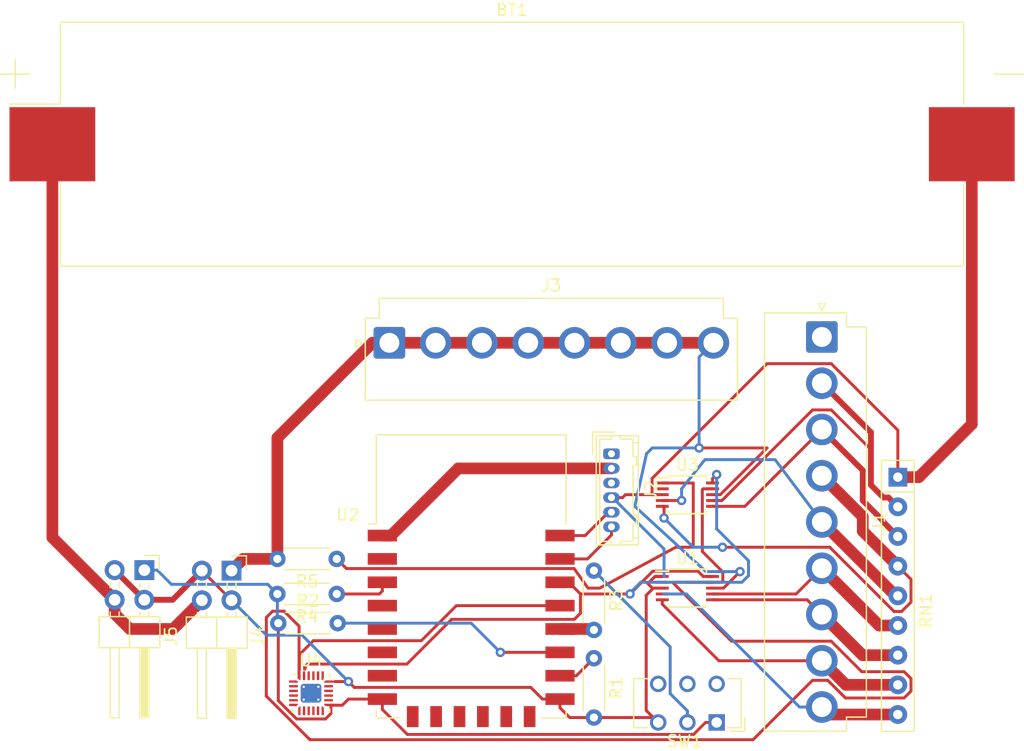
<source format=kicad_pcb>
(kicad_pcb (version 20171130) (host pcbnew "(5.0.2)-1")

  (general
    (thickness 1.6)
    (drawings 0)
    (tracks 265)
    (zones 0)
    (modules 17)
    (nets 50)
  )

  (page A4)
  (layers
    (0 F.Cu signal)
    (31 B.Cu signal)
    (32 B.Adhes user)
    (33 F.Adhes user)
    (34 B.Paste user)
    (35 F.Paste user)
    (36 B.SilkS user)
    (37 F.SilkS user)
    (38 B.Mask user)
    (39 F.Mask user)
    (40 Dwgs.User user)
    (41 Cmts.User user)
    (42 Eco1.User user)
    (43 Eco2.User user)
    (44 Edge.Cuts user)
    (45 Margin user)
    (46 B.CrtYd user)
    (47 F.CrtYd user)
    (48 B.Fab user)
    (49 F.Fab user)
  )

  (setup
    (last_trace_width 0.25)
    (user_trace_width 0.5)
    (user_trace_width 1)
    (trace_clearance 0.2)
    (zone_clearance 0.508)
    (zone_45_only no)
    (trace_min 0.2)
    (segment_width 0.2)
    (edge_width 0.15)
    (via_size 0.8)
    (via_drill 0.4)
    (via_min_size 0.4)
    (via_min_drill 0.3)
    (uvia_size 0.3)
    (uvia_drill 0.1)
    (uvias_allowed no)
    (uvia_min_size 0.2)
    (uvia_min_drill 0.1)
    (pcb_text_width 0.3)
    (pcb_text_size 1.5 1.5)
    (mod_edge_width 0.15)
    (mod_text_size 1 1)
    (mod_text_width 0.15)
    (pad_size 1.524 1.524)
    (pad_drill 0.762)
    (pad_to_mask_clearance 0.051)
    (solder_mask_min_width 0.25)
    (aux_axis_origin 0 0)
    (visible_elements FFFFFF7F)
    (pcbplotparams
      (layerselection 0x010fc_ffffffff)
      (usegerberextensions false)
      (usegerberattributes false)
      (usegerberadvancedattributes false)
      (creategerberjobfile false)
      (excludeedgelayer true)
      (linewidth 0.100000)
      (plotframeref false)
      (viasonmask false)
      (mode 1)
      (useauxorigin false)
      (hpglpennumber 1)
      (hpglpenspeed 20)
      (hpglpendiameter 15.000000)
      (psnegative false)
      (psa4output false)
      (plotreference true)
      (plotvalue true)
      (plotinvisibletext false)
      (padsonsilk false)
      (subtractmaskfromsilk false)
      (outputformat 1)
      (mirror false)
      (drillshape 1)
      (scaleselection 1)
      (outputdirectory ""))
  )

  (net 0 "")
  (net 1 "Net-(BT1-Pad1)")
  (net 2 GND)
  (net 3 "Net-(J1-Pad1)")
  (net 4 /a8)
  (net 5 /a7)
  (net 6 /a6)
  (net 7 /a5)
  (net 8 /a4)
  (net 9 /a3)
  (net 10 /a2)
  (net 11 /a1)
  (net 12 /3.3v)
  (net 13 /DRT\RST)
  (net 14 /5v)
  (net 15 /RXD)
  (net 16 /TXD)
  (net 17 /Vdd_5v)
  (net 18 /Vdd_3.3v)
  (net 19 "Net-(R1-Pad1)")
  (net 20 "Net-(R2-Pad2)")
  (net 21 "Net-(R3-Pad2)")
  (net 22 "Net-(R3-Pad1)")
  (net 23 "Net-(R4-Pad1)")
  (net 24 "Net-(R5-Pad1)")
  (net 25 "Net-(U1-Pad2)")
  (net 26 /i1)
  (net 27 /i2)
  (net 28 "Net-(U2-Pad2)")
  (net 29 "Net-(U2-Pad4)")
  (net 30 "Net-(U2-Pad5)")
  (net 31 "Net-(U2-Pad6)")
  (net 32 "Net-(U2-Pad7)")
  (net 33 "Net-(U2-Pad9)")
  (net 34 "Net-(U2-Pad10)")
  (net 35 "Net-(U2-Pad11)")
  (net 36 "Net-(U2-Pad12)")
  (net 37 "Net-(U2-Pad13)")
  (net 38 "Net-(U2-Pad14)")
  (net 39 "Net-(U3-Pad2)")
  (net 40 "Net-(U4-Pad1)")
  (net 41 "Net-(U4-Pad7)")
  (net 42 "Net-(U4-Pad8)")
  (net 43 "Net-(U4-Pad9)")
  (net 44 "Net-(U4-Pad10)")
  (net 45 "Net-(U4-Pad11)")
  (net 46 "Net-(U4-Pad12)")
  (net 47 "Net-(U4-Pad20)")
  (net 48 "Net-(U4-Pad21)")
  (net 49 "Net-(U4-Pad22)")

  (net_class Default "This is the default net class."
    (clearance 0.2)
    (trace_width 0.25)
    (via_dia 0.8)
    (via_drill 0.4)
    (uvia_dia 0.3)
    (uvia_drill 0.1)
    (add_net /3.3v)
    (add_net /5v)
    (add_net /DRT\RST)
    (add_net /RXD)
    (add_net /TXD)
    (add_net /Vdd_3.3v)
    (add_net /Vdd_5v)
    (add_net /a1)
    (add_net /a2)
    (add_net /a3)
    (add_net /a4)
    (add_net /a5)
    (add_net /a6)
    (add_net /a7)
    (add_net /a8)
    (add_net /i1)
    (add_net /i2)
    (add_net GND)
    (add_net "Net-(BT1-Pad1)")
    (add_net "Net-(J1-Pad1)")
    (add_net "Net-(R1-Pad1)")
    (add_net "Net-(R2-Pad2)")
    (add_net "Net-(R3-Pad1)")
    (add_net "Net-(R3-Pad2)")
    (add_net "Net-(R4-Pad1)")
    (add_net "Net-(R5-Pad1)")
    (add_net "Net-(U1-Pad2)")
    (add_net "Net-(U2-Pad10)")
    (add_net "Net-(U2-Pad11)")
    (add_net "Net-(U2-Pad12)")
    (add_net "Net-(U2-Pad13)")
    (add_net "Net-(U2-Pad14)")
    (add_net "Net-(U2-Pad2)")
    (add_net "Net-(U2-Pad4)")
    (add_net "Net-(U2-Pad5)")
    (add_net "Net-(U2-Pad6)")
    (add_net "Net-(U2-Pad7)")
    (add_net "Net-(U2-Pad9)")
    (add_net "Net-(U3-Pad2)")
    (add_net "Net-(U4-Pad1)")
    (add_net "Net-(U4-Pad10)")
    (add_net "Net-(U4-Pad11)")
    (add_net "Net-(U4-Pad12)")
    (add_net "Net-(U4-Pad20)")
    (add_net "Net-(U4-Pad21)")
    (add_net "Net-(U4-Pad22)")
    (add_net "Net-(U4-Pad7)")
    (add_net "Net-(U4-Pad8)")
    (add_net "Net-(U4-Pad9)")
  )

  (module Battery:BatteryHolder_Keystone_1042_1x18650 (layer F.Cu) (tedit 5A033499) (tstamp 5C97E2AA)
    (at 153.5 110.5)
    (descr "Battery holder for 18650 cylindrical cells http://www.keyelco.com/product.cfm/product_id/918")
    (tags "18650 Keystone 1042 Li-ion")
    (path /5C975057)
    (attr smd)
    (fp_text reference BT1 (at 0 -11.5) (layer F.SilkS)
      (effects (font (size 1 1) (thickness 0.15)))
    )
    (fp_text value 3.7v (at 0 11.3) (layer F.Fab)
      (effects (font (size 1 1) (thickness 0.15)))
    )
    (fp_line (start -33.3675 -10.33) (end -38.53 -5.1675) (layer F.Fab) (width 0.1))
    (fp_line (start -38.64 -3.44) (end -43 -3.44) (layer F.SilkS) (width 0.12))
    (fp_line (start 43.5 3.68) (end 43.5 -3.68) (layer F.CrtYd) (width 0.05))
    (fp_line (start 39.03 10.83) (end 39.03 3.68) (layer F.CrtYd) (width 0.05))
    (fp_text user %R (at 0 0) (layer F.Fab)
      (effects (font (size 1 1) (thickness 0.15)))
    )
    (fp_line (start -38.64 10.44) (end -38.64 3.44) (layer F.SilkS) (width 0.12))
    (fp_line (start 38.64 10.44) (end -38.64 10.44) (layer F.SilkS) (width 0.12))
    (fp_line (start 38.64 3.44) (end 38.64 10.44) (layer F.SilkS) (width 0.12))
    (fp_line (start -38.64 -10.44) (end -38.64 -3.44) (layer F.SilkS) (width 0.12))
    (fp_line (start 38.64 -10.44) (end -38.64 -10.44) (layer F.SilkS) (width 0.12))
    (fp_line (start 38.64 -3.44) (end 38.64 -10.42) (layer F.SilkS) (width 0.12))
    (fp_line (start -38.53 10.33) (end 38.53 10.33) (layer F.Fab) (width 0.1))
    (fp_line (start -38.53 -5.1675) (end -38.53 10.33) (layer F.Fab) (width 0.1))
    (fp_line (start 43.75 -6) (end 41.25 -6) (layer F.SilkS) (width 0.12))
    (fp_line (start -33.3675 -10.33) (end 38.53 -10.33) (layer F.Fab) (width 0.1))
    (fp_line (start 38.53 -10.33) (end 38.53 10.33) (layer F.Fab) (width 0.1))
    (fp_line (start -39.03 10.83) (end 39.03 10.83) (layer F.CrtYd) (width 0.05))
    (fp_line (start -39.03 -10.83) (end 39.03 -10.83) (layer F.CrtYd) (width 0.05))
    (fp_line (start 39.03 -10.83) (end 39.03 -3.68) (layer F.CrtYd) (width 0.05))
    (fp_line (start -39.03 10.83) (end -39.03 3.68) (layer F.CrtYd) (width 0.05))
    (fp_line (start -39.03 -10.83) (end -39.03 -3.68) (layer F.CrtYd) (width 0.05))
    (fp_line (start 39.03 3.68) (end 43.5 3.68) (layer F.CrtYd) (width 0.05))
    (fp_line (start 43.5 -3.68) (end 39.03 -3.68) (layer F.CrtYd) (width 0.05))
    (fp_line (start -43.5 -3.68) (end -39.03 -3.68) (layer F.CrtYd) (width 0.05))
    (fp_line (start -43.5 3.68) (end -43.5 -3.68) (layer F.CrtYd) (width 0.05))
    (fp_line (start -39.03 3.68) (end -43.5 3.68) (layer F.CrtYd) (width 0.05))
    (fp_line (start -43.75 -6) (end -41.25 -6) (layer F.SilkS) (width 0.12))
    (fp_line (start -42.5 -4.75) (end -42.5 -7.25) (layer F.SilkS) (width 0.12))
    (pad 1 smd rect (at -39.33 0) (size 7.34 6.35) (layers F.Cu F.Paste F.Mask)
      (net 1 "Net-(BT1-Pad1)"))
    (pad 2 smd rect (at 39.33 0) (size 7.34 6.35) (layers F.Cu F.Paste F.Mask)
      (net 2 GND))
    (pad "" np_thru_hole circle (at 27.6 -8) (size 3.45 3.45) (drill 3.45) (layers *.Cu *.Mask))
    (pad "" np_thru_hole circle (at -27.6 8) (size 3.45 3.45) (drill 3.45) (layers *.Cu *.Mask))
    (pad "" np_thru_hole circle (at -35.93 -8) (size 2.39 2.39) (drill 2.39) (layers *.Cu *.Mask))
    (model ${KISYS3DMOD}/Battery.3dshapes/BatteryHolder_Keystone_1042_1x18650.wrl
      (at (xyz 0 0 0))
      (scale (xyz 1 1 1))
      (rotate (xyz 0 0 0))
    )
  )

  (module Connector_JST:JST_VH_B9P-VH-B_1x09_P3.96mm_Vertical (layer F.Cu) (tedit 5B774DBC) (tstamp 5C97E2D0)
    (at 180 127 270)
    (descr "JST VH PBT series connector, B9P-VH-B (http://www.jst-mfg.com/product/pdf/eng/eVH.pdf), generated with kicad-footprint-generator")
    (tags "connector JST VH side entry")
    (path /5C974CD5)
    (fp_text reference J1 (at 15.84 -4.9 270) (layer F.SilkS)
      (effects (font (size 1 1) (thickness 0.15)))
    )
    (fp_text value Conn_01x09_Female (at 15.84 6 270) (layer F.Fab)
      (effects (font (size 1 1) (thickness 0.15)))
    )
    (fp_line (start -1.95 -2) (end -1.95 4.8) (layer F.Fab) (width 0.1))
    (fp_line (start -1.95 4.8) (end 33.63 4.8) (layer F.Fab) (width 0.1))
    (fp_line (start 33.63 4.8) (end 33.63 -2) (layer F.Fab) (width 0.1))
    (fp_line (start 33.63 -2) (end -1.95 -2) (layer F.Fab) (width 0.1))
    (fp_line (start -0.75 -2) (end -0.75 -3.7) (layer F.Fab) (width 0.1))
    (fp_line (start -0.75 -3.7) (end 32.43 -3.7) (layer F.Fab) (width 0.1))
    (fp_line (start 32.43 -3.7) (end 32.43 -2) (layer F.Fab) (width 0.1))
    (fp_line (start -1.95 -1) (end -0.95 0) (layer F.Fab) (width 0.1))
    (fp_line (start -1.95 1) (end -0.95 0) (layer F.Fab) (width 0.1))
    (fp_line (start -2.45 -4.2) (end -2.45 5.3) (layer F.CrtYd) (width 0.05))
    (fp_line (start -2.45 5.3) (end 34.13 5.3) (layer F.CrtYd) (width 0.05))
    (fp_line (start 34.13 5.3) (end 34.13 -4.2) (layer F.CrtYd) (width 0.05))
    (fp_line (start 34.13 -4.2) (end -2.45 -4.2) (layer F.CrtYd) (width 0.05))
    (fp_line (start -2.06 4.91) (end -2.06 -2.11) (layer F.SilkS) (width 0.12))
    (fp_line (start -2.06 -2.11) (end -0.86 -2.11) (layer F.SilkS) (width 0.12))
    (fp_line (start -0.86 -2.11) (end -0.86 -3.81) (layer F.SilkS) (width 0.12))
    (fp_line (start -0.86 -3.81) (end 32.54 -3.81) (layer F.SilkS) (width 0.12))
    (fp_line (start 32.54 -3.81) (end 32.54 -2.11) (layer F.SilkS) (width 0.12))
    (fp_line (start 32.54 -2.11) (end 33.74 -2.11) (layer F.SilkS) (width 0.12))
    (fp_line (start 33.74 -2.11) (end 33.74 4.91) (layer F.SilkS) (width 0.12))
    (fp_line (start 33.74 4.91) (end -2.06 4.91) (layer F.SilkS) (width 0.12))
    (fp_line (start -2.26 0) (end -2.86 0.3) (layer F.SilkS) (width 0.12))
    (fp_line (start -2.86 0.3) (end -2.86 -0.3) (layer F.SilkS) (width 0.12))
    (fp_line (start -2.86 -0.3) (end -2.26 0) (layer F.SilkS) (width 0.12))
    (fp_text user %R (at 15.84 4.1 270) (layer F.Fab)
      (effects (font (size 1 1) (thickness 0.15)))
    )
    (pad 1 thru_hole roundrect (at 0 0 270) (size 2.7 2.7) (drill 1.7) (layers *.Cu *.Mask) (roundrect_rratio 0.09259299999999999)
      (net 3 "Net-(J1-Pad1)"))
    (pad 2 thru_hole circle (at 3.96 0 270) (size 2.7 2.7) (drill 1.7) (layers *.Cu *.Mask)
      (net 4 /a8))
    (pad 3 thru_hole circle (at 7.92 0 270) (size 2.7 2.7) (drill 1.7) (layers *.Cu *.Mask)
      (net 5 /a7))
    (pad 4 thru_hole circle (at 11.88 0 270) (size 2.7 2.7) (drill 1.7) (layers *.Cu *.Mask)
      (net 6 /a6))
    (pad 5 thru_hole circle (at 15.84 0 270) (size 2.7 2.7) (drill 1.7) (layers *.Cu *.Mask)
      (net 7 /a5))
    (pad 6 thru_hole circle (at 19.8 0 270) (size 2.7 2.7) (drill 1.7) (layers *.Cu *.Mask)
      (net 8 /a4))
    (pad 7 thru_hole circle (at 23.76 0 270) (size 2.7 2.7) (drill 1.7) (layers *.Cu *.Mask)
      (net 9 /a3))
    (pad 8 thru_hole circle (at 27.72 0 270) (size 2.7 2.7) (drill 1.7) (layers *.Cu *.Mask)
      (net 10 /a2))
    (pad 9 thru_hole circle (at 31.68 0 270) (size 2.7 2.7) (drill 1.7) (layers *.Cu *.Mask)
      (net 11 /a1))
    (model ${KISYS3DMOD}/Connector_JST.3dshapes/JST_VH_B9P-VH-B_1x09_P3.96mm_Vertical.wrl
      (at (xyz 0 0 0))
      (scale (xyz 1 1 1))
      (rotate (xyz 0 0 0))
    )
  )

  (module Connector_Hirose:Hirose_DF13-06P-1.25DSA_1x06_P1.25mm_Vertical (layer F.Cu) (tedit 5B77E5EB) (tstamp 5C97E301)
    (at 162 137 270)
    (descr "Molex DF13 through hole, DF13-06P-1.25DSA, 6 Pins per row (https://www.hirose.com/product/en/products/DF13/DF13-2P-1.25DSA%2850%29/), generated with kicad-footprint-generator")
    (tags "connector Hirose  side entry")
    (path /5C9756DF)
    (fp_text reference J2 (at 3.12 -3.4 270) (layer F.SilkS)
      (effects (font (size 1 1) (thickness 0.15)))
    )
    (fp_text value "CP2102 USb-serial" (at 3.12 2.4 270) (layer F.Fab)
      (effects (font (size 1 1) (thickness 0.15)))
    )
    (fp_line (start -1.45 -2.2) (end -1.45 1.2) (layer F.Fab) (width 0.1))
    (fp_line (start -1.45 1.2) (end 7.7 1.2) (layer F.Fab) (width 0.1))
    (fp_line (start 7.7 1.2) (end 7.7 -2.2) (layer F.Fab) (width 0.1))
    (fp_line (start 7.7 -2.2) (end -1.45 -2.2) (layer F.Fab) (width 0.1))
    (fp_line (start -1.55 -2.3) (end -1.55 1.3) (layer F.SilkS) (width 0.12))
    (fp_line (start -1.55 1.3) (end 7.8 1.3) (layer F.SilkS) (width 0.12))
    (fp_line (start 7.8 1.3) (end 7.8 -2.3) (layer F.SilkS) (width 0.12))
    (fp_line (start 7.8 -2.3) (end -1.55 -2.3) (layer F.SilkS) (width 0.12))
    (fp_line (start -1.86 -0.3) (end -1.86 1.61) (layer F.SilkS) (width 0.12))
    (fp_line (start -1.86 1.61) (end 0.05 1.61) (layer F.SilkS) (width 0.12))
    (fp_line (start -0.5 1.2) (end 0 0.492893) (layer F.Fab) (width 0.1))
    (fp_line (start 0 0.492893) (end 0.5 1.2) (layer F.Fab) (width 0.1))
    (fp_line (start -1.55 0) (end -1.25 0) (layer F.SilkS) (width 0.12))
    (fp_line (start -1.25 0) (end -1.25 1) (layer F.SilkS) (width 0.12))
    (fp_line (start -1.25 1) (end 7.5 1) (layer F.SilkS) (width 0.12))
    (fp_line (start 7.5 1) (end 7.5 0) (layer F.SilkS) (width 0.12))
    (fp_line (start 7.5 0) (end 7.8 0) (layer F.SilkS) (width 0.12))
    (fp_line (start -1.55 -0.75) (end -1.25 -0.75) (layer F.SilkS) (width 0.12))
    (fp_line (start -1.25 -0.75) (end -1.25 -1.85) (layer F.SilkS) (width 0.12))
    (fp_line (start -1.25 -1.85) (end -0.95 -1.85) (layer F.SilkS) (width 0.12))
    (fp_line (start -0.95 -1.85) (end -0.95 -2.3) (layer F.SilkS) (width 0.12))
    (fp_line (start 7.8 -0.75) (end 7.5 -0.75) (layer F.SilkS) (width 0.12))
    (fp_line (start 7.5 -0.75) (end 7.5 -1.85) (layer F.SilkS) (width 0.12))
    (fp_line (start 7.5 -1.85) (end 7.2 -1.85) (layer F.SilkS) (width 0.12))
    (fp_line (start 7.2 -1.85) (end 7.2 -2.3) (layer F.SilkS) (width 0.12))
    (fp_line (start -0.95 -1.85) (end 0.25 -1.85) (layer F.SilkS) (width 0.12))
    (fp_line (start 0.25 -1.85) (end 0.25 -2.15) (layer F.SilkS) (width 0.12))
    (fp_line (start 0.25 -2.15) (end 1 -2.15) (layer F.SilkS) (width 0.12))
    (fp_line (start 1 -2.15) (end 1 -1.85) (layer F.SilkS) (width 0.12))
    (fp_line (start 1 -1.85) (end 5.25 -1.85) (layer F.SilkS) (width 0.12))
    (fp_line (start 5.25 -1.85) (end 5.25 -2.15) (layer F.SilkS) (width 0.12))
    (fp_line (start 5.25 -2.15) (end 6 -2.15) (layer F.SilkS) (width 0.12))
    (fp_line (start 6 -2.15) (end 6 -1.85) (layer F.SilkS) (width 0.12))
    (fp_line (start 6 -1.85) (end 7.2 -1.85) (layer F.SilkS) (width 0.12))
    (fp_line (start -1.95 -2.7) (end -1.95 1.7) (layer F.CrtYd) (width 0.05))
    (fp_line (start -1.95 1.7) (end 8.2 1.7) (layer F.CrtYd) (width 0.05))
    (fp_line (start 8.2 1.7) (end 8.2 -2.7) (layer F.CrtYd) (width 0.05))
    (fp_line (start 8.2 -2.7) (end -1.95 -2.7) (layer F.CrtYd) (width 0.05))
    (fp_text user %R (at 3.12 -1.5 270) (layer F.Fab)
      (effects (font (size 1 1) (thickness 0.15)))
    )
    (pad 1 thru_hole roundrect (at 0 0 270) (size 0.9 1.4) (drill 0.6) (layers *.Cu *.Mask) (roundrect_rratio 0.25)
      (net 12 /3.3v))
    (pad 2 thru_hole oval (at 1.25 0 270) (size 0.9 1.4) (drill 0.6) (layers *.Cu *.Mask)
      (net 13 /DRT\RST))
    (pad 3 thru_hole oval (at 2.5 0 270) (size 0.9 1.4) (drill 0.6) (layers *.Cu *.Mask)
      (net 14 /5v))
    (pad 4 thru_hole oval (at 3.75 0 270) (size 0.9 1.4) (drill 0.6) (layers *.Cu *.Mask)
      (net 2 GND))
    (pad 5 thru_hole oval (at 5 0 270) (size 0.9 1.4) (drill 0.6) (layers *.Cu *.Mask)
      (net 15 /RXD))
    (pad 6 thru_hole oval (at 6.25 0 270) (size 0.9 1.4) (drill 0.6) (layers *.Cu *.Mask)
      (net 16 /TXD))
    (model ${KISYS3DMOD}/Connector_Hirose.3dshapes/Hirose_DF13-06P-1.25DSA_1x06_P1.25mm_Vertical.wrl
      (at (xyz 0 0 0))
      (scale (xyz 1 1 1))
      (rotate (xyz 0 0 0))
    )
  )

  (module Connector_JST:JST_VH_B8P-VH-B_1x08_P3.96mm_Vertical (layer F.Cu) (tedit 5B774DBC) (tstamp 5C97E326)
    (at 143 127.5)
    (descr "JST VH PBT series connector, B8P-VH-B (http://www.jst-mfg.com/product/pdf/eng/eVH.pdf), generated with kicad-footprint-generator")
    (tags "connector JST VH side entry")
    (path /5C9839CE)
    (fp_text reference J3 (at 13.86 -4.9) (layer F.SilkS)
      (effects (font (size 1 1) (thickness 0.15)))
    )
    (fp_text value Conn_01x08_Female (at 13.86 6) (layer F.Fab)
      (effects (font (size 1 1) (thickness 0.15)))
    )
    (fp_line (start -1.95 -2) (end -1.95 4.8) (layer F.Fab) (width 0.1))
    (fp_line (start -1.95 4.8) (end 29.67 4.8) (layer F.Fab) (width 0.1))
    (fp_line (start 29.67 4.8) (end 29.67 -2) (layer F.Fab) (width 0.1))
    (fp_line (start 29.67 -2) (end -1.95 -2) (layer F.Fab) (width 0.1))
    (fp_line (start -0.75 -2) (end -0.75 -3.7) (layer F.Fab) (width 0.1))
    (fp_line (start -0.75 -3.7) (end 28.47 -3.7) (layer F.Fab) (width 0.1))
    (fp_line (start 28.47 -3.7) (end 28.47 -2) (layer F.Fab) (width 0.1))
    (fp_line (start -1.95 -1) (end -0.95 0) (layer F.Fab) (width 0.1))
    (fp_line (start -1.95 1) (end -0.95 0) (layer F.Fab) (width 0.1))
    (fp_line (start -2.45 -4.2) (end -2.45 5.3) (layer F.CrtYd) (width 0.05))
    (fp_line (start -2.45 5.3) (end 30.17 5.3) (layer F.CrtYd) (width 0.05))
    (fp_line (start 30.17 5.3) (end 30.17 -4.2) (layer F.CrtYd) (width 0.05))
    (fp_line (start 30.17 -4.2) (end -2.45 -4.2) (layer F.CrtYd) (width 0.05))
    (fp_line (start -2.06 4.91) (end -2.06 -2.11) (layer F.SilkS) (width 0.12))
    (fp_line (start -2.06 -2.11) (end -0.86 -2.11) (layer F.SilkS) (width 0.12))
    (fp_line (start -0.86 -2.11) (end -0.86 -3.81) (layer F.SilkS) (width 0.12))
    (fp_line (start -0.86 -3.81) (end 28.58 -3.81) (layer F.SilkS) (width 0.12))
    (fp_line (start 28.58 -3.81) (end 28.58 -2.11) (layer F.SilkS) (width 0.12))
    (fp_line (start 28.58 -2.11) (end 29.78 -2.11) (layer F.SilkS) (width 0.12))
    (fp_line (start 29.78 -2.11) (end 29.78 4.91) (layer F.SilkS) (width 0.12))
    (fp_line (start 29.78 4.91) (end -2.06 4.91) (layer F.SilkS) (width 0.12))
    (fp_line (start -2.26 0) (end -2.86 0.3) (layer F.SilkS) (width 0.12))
    (fp_line (start -2.86 0.3) (end -2.86 -0.3) (layer F.SilkS) (width 0.12))
    (fp_line (start -2.86 -0.3) (end -2.26 0) (layer F.SilkS) (width 0.12))
    (fp_text user %R (at 13.86 4.1) (layer F.Fab)
      (effects (font (size 1 1) (thickness 0.15)))
    )
    (pad 1 thru_hole roundrect (at 0 0) (size 2.7 2.7) (drill 1.7) (layers *.Cu *.Mask) (roundrect_rratio 0.09259299999999999)
      (net 17 /Vdd_5v))
    (pad 2 thru_hole circle (at 3.96 0) (size 2.7 2.7) (drill 1.7) (layers *.Cu *.Mask)
      (net 17 /Vdd_5v))
    (pad 3 thru_hole circle (at 7.92 0) (size 2.7 2.7) (drill 1.7) (layers *.Cu *.Mask)
      (net 17 /Vdd_5v))
    (pad 4 thru_hole circle (at 11.88 0) (size 2.7 2.7) (drill 1.7) (layers *.Cu *.Mask)
      (net 17 /Vdd_5v))
    (pad 5 thru_hole circle (at 15.84 0) (size 2.7 2.7) (drill 1.7) (layers *.Cu *.Mask)
      (net 17 /Vdd_5v))
    (pad 6 thru_hole circle (at 19.8 0) (size 2.7 2.7) (drill 1.7) (layers *.Cu *.Mask)
      (net 17 /Vdd_5v))
    (pad 7 thru_hole circle (at 23.76 0) (size 2.7 2.7) (drill 1.7) (layers *.Cu *.Mask)
      (net 17 /Vdd_5v))
    (pad 8 thru_hole circle (at 27.72 0) (size 2.7 2.7) (drill 1.7) (layers *.Cu *.Mask)
      (net 17 /Vdd_5v))
    (model ${KISYS3DMOD}/Connector_JST.3dshapes/JST_VH_B8P-VH-B_1x08_P3.96mm_Vertical.wrl
      (at (xyz 0 0 0))
      (scale (xyz 1 1 1))
      (rotate (xyz 0 0 0))
    )
  )

  (module Connector_PinHeader_2.54mm:PinHeader_2x02_P2.54mm_Horizontal (layer F.Cu) (tedit 59FED5CB) (tstamp 5C97E35F)
    (at 129.5 147 270)
    (descr "Through hole angled pin header, 2x02, 2.54mm pitch, 6mm pin length, double rows")
    (tags "Through hole angled pin header THT 2x02 2.54mm double row")
    (path /5C9AC638)
    (fp_text reference J4 (at 5.655 -2.27 270) (layer F.SilkS)
      (effects (font (size 1 1) (thickness 0.15)))
    )
    (fp_text value "Boost Converter" (at 5.655 4.81 270) (layer F.Fab)
      (effects (font (size 1 1) (thickness 0.15)))
    )
    (fp_text user %R (at 5.31 1.27) (layer F.Fab)
      (effects (font (size 1 1) (thickness 0.15)))
    )
    (fp_line (start 13.1 -1.8) (end -1.8 -1.8) (layer F.CrtYd) (width 0.05))
    (fp_line (start 13.1 4.35) (end 13.1 -1.8) (layer F.CrtYd) (width 0.05))
    (fp_line (start -1.8 4.35) (end 13.1 4.35) (layer F.CrtYd) (width 0.05))
    (fp_line (start -1.8 -1.8) (end -1.8 4.35) (layer F.CrtYd) (width 0.05))
    (fp_line (start -1.27 -1.27) (end 0 -1.27) (layer F.SilkS) (width 0.12))
    (fp_line (start -1.27 0) (end -1.27 -1.27) (layer F.SilkS) (width 0.12))
    (fp_line (start 1.042929 2.92) (end 1.497071 2.92) (layer F.SilkS) (width 0.12))
    (fp_line (start 1.042929 2.16) (end 1.497071 2.16) (layer F.SilkS) (width 0.12))
    (fp_line (start 3.582929 2.92) (end 3.98 2.92) (layer F.SilkS) (width 0.12))
    (fp_line (start 3.582929 2.16) (end 3.98 2.16) (layer F.SilkS) (width 0.12))
    (fp_line (start 12.64 2.92) (end 6.64 2.92) (layer F.SilkS) (width 0.12))
    (fp_line (start 12.64 2.16) (end 12.64 2.92) (layer F.SilkS) (width 0.12))
    (fp_line (start 6.64 2.16) (end 12.64 2.16) (layer F.SilkS) (width 0.12))
    (fp_line (start 3.98 1.27) (end 6.64 1.27) (layer F.SilkS) (width 0.12))
    (fp_line (start 1.11 0.38) (end 1.497071 0.38) (layer F.SilkS) (width 0.12))
    (fp_line (start 1.11 -0.38) (end 1.497071 -0.38) (layer F.SilkS) (width 0.12))
    (fp_line (start 3.582929 0.38) (end 3.98 0.38) (layer F.SilkS) (width 0.12))
    (fp_line (start 3.582929 -0.38) (end 3.98 -0.38) (layer F.SilkS) (width 0.12))
    (fp_line (start 6.64 0.28) (end 12.64 0.28) (layer F.SilkS) (width 0.12))
    (fp_line (start 6.64 0.16) (end 12.64 0.16) (layer F.SilkS) (width 0.12))
    (fp_line (start 6.64 0.04) (end 12.64 0.04) (layer F.SilkS) (width 0.12))
    (fp_line (start 6.64 -0.08) (end 12.64 -0.08) (layer F.SilkS) (width 0.12))
    (fp_line (start 6.64 -0.2) (end 12.64 -0.2) (layer F.SilkS) (width 0.12))
    (fp_line (start 6.64 -0.32) (end 12.64 -0.32) (layer F.SilkS) (width 0.12))
    (fp_line (start 12.64 0.38) (end 6.64 0.38) (layer F.SilkS) (width 0.12))
    (fp_line (start 12.64 -0.38) (end 12.64 0.38) (layer F.SilkS) (width 0.12))
    (fp_line (start 6.64 -0.38) (end 12.64 -0.38) (layer F.SilkS) (width 0.12))
    (fp_line (start 6.64 -1.33) (end 3.98 -1.33) (layer F.SilkS) (width 0.12))
    (fp_line (start 6.64 3.87) (end 6.64 -1.33) (layer F.SilkS) (width 0.12))
    (fp_line (start 3.98 3.87) (end 6.64 3.87) (layer F.SilkS) (width 0.12))
    (fp_line (start 3.98 -1.33) (end 3.98 3.87) (layer F.SilkS) (width 0.12))
    (fp_line (start 6.58 2.86) (end 12.58 2.86) (layer F.Fab) (width 0.1))
    (fp_line (start 12.58 2.22) (end 12.58 2.86) (layer F.Fab) (width 0.1))
    (fp_line (start 6.58 2.22) (end 12.58 2.22) (layer F.Fab) (width 0.1))
    (fp_line (start -0.32 2.86) (end 4.04 2.86) (layer F.Fab) (width 0.1))
    (fp_line (start -0.32 2.22) (end -0.32 2.86) (layer F.Fab) (width 0.1))
    (fp_line (start -0.32 2.22) (end 4.04 2.22) (layer F.Fab) (width 0.1))
    (fp_line (start 6.58 0.32) (end 12.58 0.32) (layer F.Fab) (width 0.1))
    (fp_line (start 12.58 -0.32) (end 12.58 0.32) (layer F.Fab) (width 0.1))
    (fp_line (start 6.58 -0.32) (end 12.58 -0.32) (layer F.Fab) (width 0.1))
    (fp_line (start -0.32 0.32) (end 4.04 0.32) (layer F.Fab) (width 0.1))
    (fp_line (start -0.32 -0.32) (end -0.32 0.32) (layer F.Fab) (width 0.1))
    (fp_line (start -0.32 -0.32) (end 4.04 -0.32) (layer F.Fab) (width 0.1))
    (fp_line (start 4.04 -0.635) (end 4.675 -1.27) (layer F.Fab) (width 0.1))
    (fp_line (start 4.04 3.81) (end 4.04 -0.635) (layer F.Fab) (width 0.1))
    (fp_line (start 6.58 3.81) (end 4.04 3.81) (layer F.Fab) (width 0.1))
    (fp_line (start 6.58 -1.27) (end 6.58 3.81) (layer F.Fab) (width 0.1))
    (fp_line (start 4.675 -1.27) (end 6.58 -1.27) (layer F.Fab) (width 0.1))
    (pad 4 thru_hole oval (at 2.54 2.54 270) (size 1.7 1.7) (drill 1) (layers *.Cu *.Mask)
      (net 1 "Net-(BT1-Pad1)"))
    (pad 3 thru_hole oval (at 0 2.54 270) (size 1.7 1.7) (drill 1) (layers *.Cu *.Mask)
      (net 2 GND))
    (pad 2 thru_hole oval (at 2.54 0 270) (size 1.7 1.7) (drill 1) (layers *.Cu *.Mask)
      (net 2 GND))
    (pad 1 thru_hole rect (at 0 0 270) (size 1.7 1.7) (drill 1) (layers *.Cu *.Mask)
      (net 17 /Vdd_5v))
    (model ${KISYS3DMOD}/Connector_PinHeader_2.54mm.3dshapes/PinHeader_2x02_P2.54mm_Horizontal.wrl
      (at (xyz 0 0 0))
      (scale (xyz 1 1 1))
      (rotate (xyz 0 0 0))
    )
  )

  (module Connector_PinHeader_2.54mm:PinHeader_2x02_P2.54mm_Horizontal (layer F.Cu) (tedit 59FED5CB) (tstamp 5C97E398)
    (at 122.04 146.96 270)
    (descr "Through hole angled pin header, 2x02, 2.54mm pitch, 6mm pin length, double rows")
    (tags "Through hole angled pin header THT 2x02 2.54mm double row")
    (path /5C9AC67E)
    (fp_text reference J5 (at 5.655 -2.27 270) (layer F.SilkS)
      (effects (font (size 1 1) (thickness 0.15)))
    )
    (fp_text value "Buck Converter" (at 5.655 4.81 270) (layer F.Fab)
      (effects (font (size 1 1) (thickness 0.15)))
    )
    (fp_line (start 4.675 -1.27) (end 6.58 -1.27) (layer F.Fab) (width 0.1))
    (fp_line (start 6.58 -1.27) (end 6.58 3.81) (layer F.Fab) (width 0.1))
    (fp_line (start 6.58 3.81) (end 4.04 3.81) (layer F.Fab) (width 0.1))
    (fp_line (start 4.04 3.81) (end 4.04 -0.635) (layer F.Fab) (width 0.1))
    (fp_line (start 4.04 -0.635) (end 4.675 -1.27) (layer F.Fab) (width 0.1))
    (fp_line (start -0.32 -0.32) (end 4.04 -0.32) (layer F.Fab) (width 0.1))
    (fp_line (start -0.32 -0.32) (end -0.32 0.32) (layer F.Fab) (width 0.1))
    (fp_line (start -0.32 0.32) (end 4.04 0.32) (layer F.Fab) (width 0.1))
    (fp_line (start 6.58 -0.32) (end 12.58 -0.32) (layer F.Fab) (width 0.1))
    (fp_line (start 12.58 -0.32) (end 12.58 0.32) (layer F.Fab) (width 0.1))
    (fp_line (start 6.58 0.32) (end 12.58 0.32) (layer F.Fab) (width 0.1))
    (fp_line (start -0.32 2.22) (end 4.04 2.22) (layer F.Fab) (width 0.1))
    (fp_line (start -0.32 2.22) (end -0.32 2.86) (layer F.Fab) (width 0.1))
    (fp_line (start -0.32 2.86) (end 4.04 2.86) (layer F.Fab) (width 0.1))
    (fp_line (start 6.58 2.22) (end 12.58 2.22) (layer F.Fab) (width 0.1))
    (fp_line (start 12.58 2.22) (end 12.58 2.86) (layer F.Fab) (width 0.1))
    (fp_line (start 6.58 2.86) (end 12.58 2.86) (layer F.Fab) (width 0.1))
    (fp_line (start 3.98 -1.33) (end 3.98 3.87) (layer F.SilkS) (width 0.12))
    (fp_line (start 3.98 3.87) (end 6.64 3.87) (layer F.SilkS) (width 0.12))
    (fp_line (start 6.64 3.87) (end 6.64 -1.33) (layer F.SilkS) (width 0.12))
    (fp_line (start 6.64 -1.33) (end 3.98 -1.33) (layer F.SilkS) (width 0.12))
    (fp_line (start 6.64 -0.38) (end 12.64 -0.38) (layer F.SilkS) (width 0.12))
    (fp_line (start 12.64 -0.38) (end 12.64 0.38) (layer F.SilkS) (width 0.12))
    (fp_line (start 12.64 0.38) (end 6.64 0.38) (layer F.SilkS) (width 0.12))
    (fp_line (start 6.64 -0.32) (end 12.64 -0.32) (layer F.SilkS) (width 0.12))
    (fp_line (start 6.64 -0.2) (end 12.64 -0.2) (layer F.SilkS) (width 0.12))
    (fp_line (start 6.64 -0.08) (end 12.64 -0.08) (layer F.SilkS) (width 0.12))
    (fp_line (start 6.64 0.04) (end 12.64 0.04) (layer F.SilkS) (width 0.12))
    (fp_line (start 6.64 0.16) (end 12.64 0.16) (layer F.SilkS) (width 0.12))
    (fp_line (start 6.64 0.28) (end 12.64 0.28) (layer F.SilkS) (width 0.12))
    (fp_line (start 3.582929 -0.38) (end 3.98 -0.38) (layer F.SilkS) (width 0.12))
    (fp_line (start 3.582929 0.38) (end 3.98 0.38) (layer F.SilkS) (width 0.12))
    (fp_line (start 1.11 -0.38) (end 1.497071 -0.38) (layer F.SilkS) (width 0.12))
    (fp_line (start 1.11 0.38) (end 1.497071 0.38) (layer F.SilkS) (width 0.12))
    (fp_line (start 3.98 1.27) (end 6.64 1.27) (layer F.SilkS) (width 0.12))
    (fp_line (start 6.64 2.16) (end 12.64 2.16) (layer F.SilkS) (width 0.12))
    (fp_line (start 12.64 2.16) (end 12.64 2.92) (layer F.SilkS) (width 0.12))
    (fp_line (start 12.64 2.92) (end 6.64 2.92) (layer F.SilkS) (width 0.12))
    (fp_line (start 3.582929 2.16) (end 3.98 2.16) (layer F.SilkS) (width 0.12))
    (fp_line (start 3.582929 2.92) (end 3.98 2.92) (layer F.SilkS) (width 0.12))
    (fp_line (start 1.042929 2.16) (end 1.497071 2.16) (layer F.SilkS) (width 0.12))
    (fp_line (start 1.042929 2.92) (end 1.497071 2.92) (layer F.SilkS) (width 0.12))
    (fp_line (start -1.27 0) (end -1.27 -1.27) (layer F.SilkS) (width 0.12))
    (fp_line (start -1.27 -1.27) (end 0 -1.27) (layer F.SilkS) (width 0.12))
    (fp_line (start -1.8 -1.8) (end -1.8 4.35) (layer F.CrtYd) (width 0.05))
    (fp_line (start -1.8 4.35) (end 13.1 4.35) (layer F.CrtYd) (width 0.05))
    (fp_line (start 13.1 4.35) (end 13.1 -1.8) (layer F.CrtYd) (width 0.05))
    (fp_line (start 13.1 -1.8) (end -1.8 -1.8) (layer F.CrtYd) (width 0.05))
    (fp_text user %R (at 5.31 1.27) (layer F.Fab)
      (effects (font (size 1 1) (thickness 0.15)))
    )
    (pad 1 thru_hole rect (at 0 0 270) (size 1.7 1.7) (drill 1) (layers *.Cu *.Mask)
      (net 18 /Vdd_3.3v))
    (pad 2 thru_hole oval (at 2.54 0 270) (size 1.7 1.7) (drill 1) (layers *.Cu *.Mask)
      (net 2 GND))
    (pad 3 thru_hole oval (at 0 2.54 270) (size 1.7 1.7) (drill 1) (layers *.Cu *.Mask)
      (net 2 GND))
    (pad 4 thru_hole oval (at 2.54 2.54 270) (size 1.7 1.7) (drill 1) (layers *.Cu *.Mask)
      (net 1 "Net-(BT1-Pad1)"))
    (model ${KISYS3DMOD}/Connector_PinHeader_2.54mm.3dshapes/PinHeader_2x02_P2.54mm_Horizontal.wrl
      (at (xyz 0 0 0))
      (scale (xyz 1 1 1))
      (rotate (xyz 0 0 0))
    )
  )

  (module Resistor_THT:R_Axial_DIN0204_L3.6mm_D1.6mm_P5.08mm_Horizontal (layer F.Cu) (tedit 5AE5139B) (tstamp 5C97E3AB)
    (at 160.5 154.5 270)
    (descr "Resistor, Axial_DIN0204 series, Axial, Horizontal, pin pitch=5.08mm, 0.167W, length*diameter=3.6*1.6mm^2, http://cdn-reichelt.de/documents/datenblatt/B400/1_4W%23YAG.pdf")
    (tags "Resistor Axial_DIN0204 series Axial Horizontal pin pitch 5.08mm 0.167W length 3.6mm diameter 1.6mm")
    (path /5C9738F9)
    (fp_text reference R1 (at 2.54 -1.92 270) (layer F.SilkS)
      (effects (font (size 1 1) (thickness 0.15)))
    )
    (fp_text value 4k2 (at 2.54 1.92 270) (layer F.Fab)
      (effects (font (size 1 1) (thickness 0.15)))
    )
    (fp_text user %R (at 2.54 0 270) (layer F.Fab)
      (effects (font (size 0.72 0.72) (thickness 0.108)))
    )
    (fp_line (start 6.03 -1.05) (end -0.95 -1.05) (layer F.CrtYd) (width 0.05))
    (fp_line (start 6.03 1.05) (end 6.03 -1.05) (layer F.CrtYd) (width 0.05))
    (fp_line (start -0.95 1.05) (end 6.03 1.05) (layer F.CrtYd) (width 0.05))
    (fp_line (start -0.95 -1.05) (end -0.95 1.05) (layer F.CrtYd) (width 0.05))
    (fp_line (start 0.62 0.92) (end 4.46 0.92) (layer F.SilkS) (width 0.12))
    (fp_line (start 0.62 -0.92) (end 4.46 -0.92) (layer F.SilkS) (width 0.12))
    (fp_line (start 5.08 0) (end 4.34 0) (layer F.Fab) (width 0.1))
    (fp_line (start 0 0) (end 0.74 0) (layer F.Fab) (width 0.1))
    (fp_line (start 4.34 -0.8) (end 0.74 -0.8) (layer F.Fab) (width 0.1))
    (fp_line (start 4.34 0.8) (end 4.34 -0.8) (layer F.Fab) (width 0.1))
    (fp_line (start 0.74 0.8) (end 4.34 0.8) (layer F.Fab) (width 0.1))
    (fp_line (start 0.74 -0.8) (end 0.74 0.8) (layer F.Fab) (width 0.1))
    (pad 2 thru_hole oval (at 5.08 0 270) (size 1.4 1.4) (drill 0.7) (layers *.Cu *.Mask)
      (net 2 GND))
    (pad 1 thru_hole circle (at 0 0 270) (size 1.4 1.4) (drill 0.7) (layers *.Cu *.Mask)
      (net 19 "Net-(R1-Pad1)"))
    (model ${KISYS3DMOD}/Resistor_THT.3dshapes/R_Axial_DIN0204_L3.6mm_D1.6mm_P5.08mm_Horizontal.wrl
      (at (xyz 0 0 0))
      (scale (xyz 1 1 1))
      (rotate (xyz 0 0 0))
    )
  )

  (module Resistor_THT:R_Axial_DIN0204_L3.6mm_D1.6mm_P5.08mm_Horizontal (layer F.Cu) (tedit 5AE5139B) (tstamp 5C97E3BE)
    (at 133.5 151.5)
    (descr "Resistor, Axial_DIN0204 series, Axial, Horizontal, pin pitch=5.08mm, 0.167W, length*diameter=3.6*1.6mm^2, http://cdn-reichelt.de/documents/datenblatt/B400/1_4W%23YAG.pdf")
    (tags "Resistor Axial_DIN0204 series Axial Horizontal pin pitch 5.08mm 0.167W length 3.6mm diameter 1.6mm")
    (path /5C9738C1)
    (fp_text reference R2 (at 2.54 -1.92) (layer F.SilkS)
      (effects (font (size 1 1) (thickness 0.15)))
    )
    (fp_text value 4k2 (at 2.54 1.92) (layer F.Fab)
      (effects (font (size 1 1) (thickness 0.15)))
    )
    (fp_line (start 0.74 -0.8) (end 0.74 0.8) (layer F.Fab) (width 0.1))
    (fp_line (start 0.74 0.8) (end 4.34 0.8) (layer F.Fab) (width 0.1))
    (fp_line (start 4.34 0.8) (end 4.34 -0.8) (layer F.Fab) (width 0.1))
    (fp_line (start 4.34 -0.8) (end 0.74 -0.8) (layer F.Fab) (width 0.1))
    (fp_line (start 0 0) (end 0.74 0) (layer F.Fab) (width 0.1))
    (fp_line (start 5.08 0) (end 4.34 0) (layer F.Fab) (width 0.1))
    (fp_line (start 0.62 -0.92) (end 4.46 -0.92) (layer F.SilkS) (width 0.12))
    (fp_line (start 0.62 0.92) (end 4.46 0.92) (layer F.SilkS) (width 0.12))
    (fp_line (start -0.95 -1.05) (end -0.95 1.05) (layer F.CrtYd) (width 0.05))
    (fp_line (start -0.95 1.05) (end 6.03 1.05) (layer F.CrtYd) (width 0.05))
    (fp_line (start 6.03 1.05) (end 6.03 -1.05) (layer F.CrtYd) (width 0.05))
    (fp_line (start 6.03 -1.05) (end -0.95 -1.05) (layer F.CrtYd) (width 0.05))
    (fp_text user %R (at 2.54 0) (layer F.Fab)
      (effects (font (size 0.72 0.72) (thickness 0.108)))
    )
    (pad 1 thru_hole circle (at 0 0) (size 1.4 1.4) (drill 0.7) (layers *.Cu *.Mask)
      (net 18 /Vdd_3.3v))
    (pad 2 thru_hole oval (at 5.08 0) (size 1.4 1.4) (drill 0.7) (layers *.Cu *.Mask)
      (net 20 "Net-(R2-Pad2)"))
    (model ${KISYS3DMOD}/Resistor_THT.3dshapes/R_Axial_DIN0204_L3.6mm_D1.6mm_P5.08mm_Horizontal.wrl
      (at (xyz 0 0 0))
      (scale (xyz 1 1 1))
      (rotate (xyz 0 0 0))
    )
  )

  (module Resistor_THT:R_Axial_DIN0204_L3.6mm_D1.6mm_P5.08mm_Horizontal (layer F.Cu) (tedit 5AE5139B) (tstamp 5C97E3D1)
    (at 160.5 147 270)
    (descr "Resistor, Axial_DIN0204 series, Axial, Horizontal, pin pitch=5.08mm, 0.167W, length*diameter=3.6*1.6mm^2, http://cdn-reichelt.de/documents/datenblatt/B400/1_4W%23YAG.pdf")
    (tags "Resistor Axial_DIN0204 series Axial Horizontal pin pitch 5.08mm 0.167W length 3.6mm diameter 1.6mm")
    (path /5C97388F)
    (fp_text reference R3 (at 2.54 -1.92 270) (layer F.SilkS)
      (effects (font (size 1 1) (thickness 0.15)))
    )
    (fp_text value 4k2 (at 2.54 1.92 270) (layer F.Fab)
      (effects (font (size 1 1) (thickness 0.15)))
    )
    (fp_text user %R (at 2.54 0 270) (layer F.Fab)
      (effects (font (size 0.72 0.72) (thickness 0.108)))
    )
    (fp_line (start 6.03 -1.05) (end -0.95 -1.05) (layer F.CrtYd) (width 0.05))
    (fp_line (start 6.03 1.05) (end 6.03 -1.05) (layer F.CrtYd) (width 0.05))
    (fp_line (start -0.95 1.05) (end 6.03 1.05) (layer F.CrtYd) (width 0.05))
    (fp_line (start -0.95 -1.05) (end -0.95 1.05) (layer F.CrtYd) (width 0.05))
    (fp_line (start 0.62 0.92) (end 4.46 0.92) (layer F.SilkS) (width 0.12))
    (fp_line (start 0.62 -0.92) (end 4.46 -0.92) (layer F.SilkS) (width 0.12))
    (fp_line (start 5.08 0) (end 4.34 0) (layer F.Fab) (width 0.1))
    (fp_line (start 0 0) (end 0.74 0) (layer F.Fab) (width 0.1))
    (fp_line (start 4.34 -0.8) (end 0.74 -0.8) (layer F.Fab) (width 0.1))
    (fp_line (start 4.34 0.8) (end 4.34 -0.8) (layer F.Fab) (width 0.1))
    (fp_line (start 0.74 0.8) (end 4.34 0.8) (layer F.Fab) (width 0.1))
    (fp_line (start 0.74 -0.8) (end 0.74 0.8) (layer F.Fab) (width 0.1))
    (pad 2 thru_hole oval (at 5.08 0 270) (size 1.4 1.4) (drill 0.7) (layers *.Cu *.Mask)
      (net 21 "Net-(R3-Pad2)"))
    (pad 1 thru_hole circle (at 0 0 270) (size 1.4 1.4) (drill 0.7) (layers *.Cu *.Mask)
      (net 22 "Net-(R3-Pad1)"))
    (model ${KISYS3DMOD}/Resistor_THT.3dshapes/R_Axial_DIN0204_L3.6mm_D1.6mm_P5.08mm_Horizontal.wrl
      (at (xyz 0 0 0))
      (scale (xyz 1 1 1))
      (rotate (xyz 0 0 0))
    )
  )

  (module Resistor_THT:R_Axial_DIN0204_L3.6mm_D1.6mm_P5.08mm_Horizontal (layer F.Cu) (tedit 5AE5139B) (tstamp 5C97E3E4)
    (at 138.5 149 180)
    (descr "Resistor, Axial_DIN0204 series, Axial, Horizontal, pin pitch=5.08mm, 0.167W, length*diameter=3.6*1.6mm^2, http://cdn-reichelt.de/documents/datenblatt/B400/1_4W%23YAG.pdf")
    (tags "Resistor Axial_DIN0204 series Axial Horizontal pin pitch 5.08mm 0.167W length 3.6mm diameter 1.6mm")
    (path /5C973529)
    (fp_text reference R4 (at 2.54 -1.92 180) (layer F.SilkS)
      (effects (font (size 1 1) (thickness 0.15)))
    )
    (fp_text value 4k2 (at 2.54 1.92 180) (layer F.Fab)
      (effects (font (size 1 1) (thickness 0.15)))
    )
    (fp_line (start 0.74 -0.8) (end 0.74 0.8) (layer F.Fab) (width 0.1))
    (fp_line (start 0.74 0.8) (end 4.34 0.8) (layer F.Fab) (width 0.1))
    (fp_line (start 4.34 0.8) (end 4.34 -0.8) (layer F.Fab) (width 0.1))
    (fp_line (start 4.34 -0.8) (end 0.74 -0.8) (layer F.Fab) (width 0.1))
    (fp_line (start 0 0) (end 0.74 0) (layer F.Fab) (width 0.1))
    (fp_line (start 5.08 0) (end 4.34 0) (layer F.Fab) (width 0.1))
    (fp_line (start 0.62 -0.92) (end 4.46 -0.92) (layer F.SilkS) (width 0.12))
    (fp_line (start 0.62 0.92) (end 4.46 0.92) (layer F.SilkS) (width 0.12))
    (fp_line (start -0.95 -1.05) (end -0.95 1.05) (layer F.CrtYd) (width 0.05))
    (fp_line (start -0.95 1.05) (end 6.03 1.05) (layer F.CrtYd) (width 0.05))
    (fp_line (start 6.03 1.05) (end 6.03 -1.05) (layer F.CrtYd) (width 0.05))
    (fp_line (start 6.03 -1.05) (end -0.95 -1.05) (layer F.CrtYd) (width 0.05))
    (fp_text user %R (at 2.54 0 180) (layer F.Fab)
      (effects (font (size 0.72 0.72) (thickness 0.108)))
    )
    (pad 1 thru_hole circle (at 0 0 180) (size 1.4 1.4) (drill 0.7) (layers *.Cu *.Mask)
      (net 23 "Net-(R4-Pad1)"))
    (pad 2 thru_hole oval (at 5.08 0 180) (size 1.4 1.4) (drill 0.7) (layers *.Cu *.Mask)
      (net 18 /Vdd_3.3v))
    (model ${KISYS3DMOD}/Resistor_THT.3dshapes/R_Axial_DIN0204_L3.6mm_D1.6mm_P5.08mm_Horizontal.wrl
      (at (xyz 0 0 0))
      (scale (xyz 1 1 1))
      (rotate (xyz 0 0 0))
    )
  )

  (module Resistor_THT:R_Axial_DIN0204_L3.6mm_D1.6mm_P5.08mm_Horizontal (layer F.Cu) (tedit 5AE5139B) (tstamp 5C97E3F7)
    (at 138.5 146 180)
    (descr "Resistor, Axial_DIN0204 series, Axial, Horizontal, pin pitch=5.08mm, 0.167W, length*diameter=3.6*1.6mm^2, http://cdn-reichelt.de/documents/datenblatt/B400/1_4W%23YAG.pdf")
    (tags "Resistor Axial_DIN0204 series Axial Horizontal pin pitch 5.08mm 0.167W length 3.6mm diameter 1.6mm")
    (path /5C97C409)
    (fp_text reference R5 (at 2.54 -1.92 180) (layer F.SilkS)
      (effects (font (size 1 1) (thickness 0.15)))
    )
    (fp_text value 4k2 (at 2.54 1.92 180) (layer F.Fab)
      (effects (font (size 1 1) (thickness 0.15)))
    )
    (fp_line (start 0.74 -0.8) (end 0.74 0.8) (layer F.Fab) (width 0.1))
    (fp_line (start 0.74 0.8) (end 4.34 0.8) (layer F.Fab) (width 0.1))
    (fp_line (start 4.34 0.8) (end 4.34 -0.8) (layer F.Fab) (width 0.1))
    (fp_line (start 4.34 -0.8) (end 0.74 -0.8) (layer F.Fab) (width 0.1))
    (fp_line (start 0 0) (end 0.74 0) (layer F.Fab) (width 0.1))
    (fp_line (start 5.08 0) (end 4.34 0) (layer F.Fab) (width 0.1))
    (fp_line (start 0.62 -0.92) (end 4.46 -0.92) (layer F.SilkS) (width 0.12))
    (fp_line (start 0.62 0.92) (end 4.46 0.92) (layer F.SilkS) (width 0.12))
    (fp_line (start -0.95 -1.05) (end -0.95 1.05) (layer F.CrtYd) (width 0.05))
    (fp_line (start -0.95 1.05) (end 6.03 1.05) (layer F.CrtYd) (width 0.05))
    (fp_line (start 6.03 1.05) (end 6.03 -1.05) (layer F.CrtYd) (width 0.05))
    (fp_line (start 6.03 -1.05) (end -0.95 -1.05) (layer F.CrtYd) (width 0.05))
    (fp_text user %R (at 2.54 0 180) (layer F.Fab)
      (effects (font (size 0.72 0.72) (thickness 0.108)))
    )
    (pad 1 thru_hole circle (at 0 0 180) (size 1.4 1.4) (drill 0.7) (layers *.Cu *.Mask)
      (net 24 "Net-(R5-Pad1)"))
    (pad 2 thru_hole oval (at 5.08 0 180) (size 1.4 1.4) (drill 0.7) (layers *.Cu *.Mask)
      (net 17 /Vdd_5v))
    (model ${KISYS3DMOD}/Resistor_THT.3dshapes/R_Axial_DIN0204_L3.6mm_D1.6mm_P5.08mm_Horizontal.wrl
      (at (xyz 0 0 0))
      (scale (xyz 1 1 1))
      (rotate (xyz 0 0 0))
    )
  )

  (module Resistor_THT:R_Array_SIP9 (layer F.Cu) (tedit 5A14249F) (tstamp 5C97E413)
    (at 186.5 139 270)
    (descr "9-pin Resistor SIP pack")
    (tags R)
    (path /5C97AE3D)
    (fp_text reference RN1 (at 11.43 -2.4 270) (layer F.SilkS)
      (effects (font (size 1 1) (thickness 0.15)))
    )
    (fp_text value 5m6 (at 11.43 2.4 270) (layer F.Fab)
      (effects (font (size 1 1) (thickness 0.15)))
    )
    (fp_text user %R (at 10.16 0 270) (layer F.Fab)
      (effects (font (size 1 1) (thickness 0.15)))
    )
    (fp_line (start -1.29 -1.25) (end -1.29 1.25) (layer F.Fab) (width 0.1))
    (fp_line (start -1.29 1.25) (end 21.61 1.25) (layer F.Fab) (width 0.1))
    (fp_line (start 21.61 1.25) (end 21.61 -1.25) (layer F.Fab) (width 0.1))
    (fp_line (start 21.61 -1.25) (end -1.29 -1.25) (layer F.Fab) (width 0.1))
    (fp_line (start 1.27 -1.25) (end 1.27 1.25) (layer F.Fab) (width 0.1))
    (fp_line (start -1.44 -1.4) (end -1.44 1.4) (layer F.SilkS) (width 0.12))
    (fp_line (start -1.44 1.4) (end 21.76 1.4) (layer F.SilkS) (width 0.12))
    (fp_line (start 21.76 1.4) (end 21.76 -1.4) (layer F.SilkS) (width 0.12))
    (fp_line (start 21.76 -1.4) (end -1.44 -1.4) (layer F.SilkS) (width 0.12))
    (fp_line (start 1.27 -1.4) (end 1.27 1.4) (layer F.SilkS) (width 0.12))
    (fp_line (start -1.7 -1.65) (end -1.7 1.65) (layer F.CrtYd) (width 0.05))
    (fp_line (start -1.7 1.65) (end 22.05 1.65) (layer F.CrtYd) (width 0.05))
    (fp_line (start 22.05 1.65) (end 22.05 -1.65) (layer F.CrtYd) (width 0.05))
    (fp_line (start 22.05 -1.65) (end -1.7 -1.65) (layer F.CrtYd) (width 0.05))
    (pad 1 thru_hole rect (at 0 0 270) (size 1.6 1.6) (drill 0.8) (layers *.Cu *.Mask)
      (net 2 GND))
    (pad 2 thru_hole oval (at 2.54 0 270) (size 1.6 1.6) (drill 0.8) (layers *.Cu *.Mask)
      (net 4 /a8))
    (pad 3 thru_hole oval (at 5.08 0 270) (size 1.6 1.6) (drill 0.8) (layers *.Cu *.Mask)
      (net 5 /a7))
    (pad 4 thru_hole oval (at 7.62 0 270) (size 1.6 1.6) (drill 0.8) (layers *.Cu *.Mask)
      (net 6 /a6))
    (pad 5 thru_hole oval (at 10.16 0 270) (size 1.6 1.6) (drill 0.8) (layers *.Cu *.Mask)
      (net 7 /a5))
    (pad 6 thru_hole oval (at 12.7 0 270) (size 1.6 1.6) (drill 0.8) (layers *.Cu *.Mask)
      (net 8 /a4))
    (pad 7 thru_hole oval (at 15.24 0 270) (size 1.6 1.6) (drill 0.8) (layers *.Cu *.Mask)
      (net 9 /a3))
    (pad 8 thru_hole oval (at 17.78 0 270) (size 1.6 1.6) (drill 0.8) (layers *.Cu *.Mask)
      (net 10 /a2))
    (pad 9 thru_hole oval (at 20.32 0 270) (size 1.6 1.6) (drill 0.8) (layers *.Cu *.Mask)
      (net 11 /a1))
    (model ${KISYS3DMOD}/Resistor_THT.3dshapes/R_Array_SIP9.wrl
      (at (xyz 0 0 0))
      (scale (xyz 1 1 1))
      (rotate (xyz 0 0 0))
    )
  )

  (module Button_Switch_THT:SW_CuK_JS202011CQN_DPDT_Straight (layer F.Cu) (tedit 5A02FE31) (tstamp 5C97E42F)
    (at 171 160 180)
    (descr "CuK sub miniature slide switch, JS series, DPDT, right angle, http://www.ckswitches.com/media/1422/js.pdf")
    (tags "switch DPDT")
    (path /5C974FA6)
    (fp_text reference SW1 (at 2.75 -1.6 180) (layer F.SilkS)
      (effects (font (size 1 1) (thickness 0.15)))
    )
    (fp_text value SW_DPDT_x2 (at 3 5 180) (layer F.Fab)
      (effects (font (size 1 1) (thickness 0.15)))
    )
    (fp_line (start -1 -0.35) (end -2 0.65) (layer F.Fab) (width 0.1))
    (fp_line (start -2.25 4.25) (end -2.25 -0.95) (layer F.CrtYd) (width 0.05))
    (fp_line (start 7.25 4.25) (end -2.25 4.25) (layer F.CrtYd) (width 0.05))
    (fp_line (start 7.25 -0.95) (end 7.25 4.25) (layer F.CrtYd) (width 0.05))
    (fp_line (start -2.25 -0.95) (end 7.25 -0.95) (layer F.CrtYd) (width 0.05))
    (fp_line (start -2.4 -0.75) (end -2.4 0.45) (layer F.SilkS) (width 0.12))
    (fp_line (start -1.2 -0.75) (end -2.4 -0.75) (layer F.SilkS) (width 0.12))
    (fp_line (start 7.1 3.75) (end 5.9 3.75) (layer F.SilkS) (width 0.12))
    (fp_line (start 7.1 -0.45) (end 7.1 3.75) (layer F.SilkS) (width 0.12))
    (fp_line (start 5.9 -0.45) (end 7.1 -0.45) (layer F.SilkS) (width 0.12))
    (fp_line (start -2.1 3.75) (end -0.9 3.75) (layer F.SilkS) (width 0.12))
    (fp_line (start -2.1 -0.45) (end -2.1 3.75) (layer F.SilkS) (width 0.12))
    (fp_line (start -0.9 -0.45) (end -2.1 -0.45) (layer F.SilkS) (width 0.12))
    (fp_text user %R (at 2 1.65 180) (layer F.Fab)
      (effects (font (size 1 1) (thickness 0.15)))
    )
    (fp_line (start -2 3.65) (end -2 0.65) (layer F.Fab) (width 0.1))
    (fp_line (start 7 3.65) (end -2 3.65) (layer F.Fab) (width 0.1))
    (fp_line (start 7 -0.35) (end 7 3.65) (layer F.Fab) (width 0.1))
    (fp_line (start -1 -0.35) (end 7 -0.35) (layer F.Fab) (width 0.1))
    (pad 1 thru_hole rect (at 0 0 180) (size 1.4 1.4) (drill 0.9) (layers *.Cu *.Mask)
      (net 18 /Vdd_3.3v))
    (pad 2 thru_hole circle (at 2.5 0 180) (size 1.4 1.4) (drill 0.9) (layers *.Cu *.Mask)
      (net 22 "Net-(R3-Pad1)"))
    (pad 3 thru_hole circle (at 5 0 180) (size 1.4 1.4) (drill 0.9) (layers *.Cu *.Mask)
      (net 2 GND))
    (pad 4 thru_hole circle (at 0 3.3 180) (size 1.4 1.4) (drill 0.9) (layers *.Cu *.Mask))
    (pad 5 thru_hole circle (at 2.5 3.3 180) (size 1.4 1.4) (drill 0.9) (layers *.Cu *.Mask))
    (pad 6 thru_hole circle (at 5 3.3 180) (size 1.4 1.4) (drill 0.9) (layers *.Cu *.Mask))
    (model ${KISYS3DMOD}/Button_Switch_THT.3dshapes/SW_CuK_JS202011CQN_DPDT_Straight.wrl
      (at (xyz 0 0 0))
      (scale (xyz 1 1 1))
      (rotate (xyz 0 0 0))
    )
  )

  (module Package_SO:TSSOP-10_3x3mm_P0.5mm (layer F.Cu) (tedit 5A02F25C) (tstamp 5C97E44E)
    (at 168.5 148.5)
    (descr "TSSOP10: plastic thin shrink small outline package; 10 leads; body width 3 mm; (see NXP SSOP-TSSOP-VSO-REFLOW.pdf and sot552-1_po.pdf)")
    (tags "SSOP 0.5")
    (path /5C9732EE)
    (attr smd)
    (fp_text reference U1 (at 0 -2.55) (layer F.SilkS)
      (effects (font (size 1 1) (thickness 0.15)))
    )
    (fp_text value ADS1115IDGS (at 0 2.55) (layer F.Fab)
      (effects (font (size 1 1) (thickness 0.15)))
    )
    (fp_line (start -0.5 -1.5) (end 1.5 -1.5) (layer F.Fab) (width 0.15))
    (fp_line (start 1.5 -1.5) (end 1.5 1.5) (layer F.Fab) (width 0.15))
    (fp_line (start 1.5 1.5) (end -1.5 1.5) (layer F.Fab) (width 0.15))
    (fp_line (start -1.5 1.5) (end -1.5 -0.5) (layer F.Fab) (width 0.15))
    (fp_line (start -1.5 -0.5) (end -0.5 -1.5) (layer F.Fab) (width 0.15))
    (fp_line (start -2.95 -1.8) (end -2.95 1.8) (layer F.CrtYd) (width 0.05))
    (fp_line (start 2.95 -1.8) (end 2.95 1.8) (layer F.CrtYd) (width 0.05))
    (fp_line (start -2.95 -1.8) (end 2.95 -1.8) (layer F.CrtYd) (width 0.05))
    (fp_line (start -2.95 1.8) (end 2.95 1.8) (layer F.CrtYd) (width 0.05))
    (fp_line (start -1.625 -1.625) (end -1.625 -1.45) (layer F.SilkS) (width 0.15))
    (fp_line (start 1.625 -1.625) (end 1.625 -1.35) (layer F.SilkS) (width 0.15))
    (fp_line (start 1.625 1.625) (end 1.625 1.35) (layer F.SilkS) (width 0.15))
    (fp_line (start -1.625 1.625) (end -1.625 1.35) (layer F.SilkS) (width 0.15))
    (fp_line (start -1.625 -1.625) (end 1.625 -1.625) (layer F.SilkS) (width 0.15))
    (fp_line (start -1.625 1.625) (end 1.625 1.625) (layer F.SilkS) (width 0.15))
    (fp_line (start -1.625 -1.45) (end -2.7 -1.45) (layer F.SilkS) (width 0.15))
    (fp_text user %R (at 0 0) (layer F.Fab)
      (effects (font (size 0.6 0.6) (thickness 0.15)))
    )
    (pad 1 smd rect (at -2.15 -1) (size 1.1 0.25) (layers F.Cu F.Paste F.Mask)
      (net 2 GND))
    (pad 2 smd rect (at -2.15 -0.5) (size 1.1 0.25) (layers F.Cu F.Paste F.Mask)
      (net 25 "Net-(U1-Pad2)"))
    (pad 3 smd rect (at -2.15 0) (size 1.1 0.25) (layers F.Cu F.Paste F.Mask)
      (net 2 GND))
    (pad 4 smd rect (at -2.15 0.5) (size 1.1 0.25) (layers F.Cu F.Paste F.Mask)
      (net 11 /a1))
    (pad 5 smd rect (at -2.15 1) (size 1.1 0.25) (layers F.Cu F.Paste F.Mask)
      (net 10 /a2))
    (pad 6 smd rect (at 2.15 1) (size 1.1 0.25) (layers F.Cu F.Paste F.Mask)
      (net 9 /a3))
    (pad 7 smd rect (at 2.15 0.5) (size 1.1 0.25) (layers F.Cu F.Paste F.Mask)
      (net 8 /a4))
    (pad 8 smd rect (at 2.15 0) (size 1.1 0.25) (layers F.Cu F.Paste F.Mask)
      (net 17 /Vdd_5v))
    (pad 9 smd rect (at 2.15 -0.5) (size 1.1 0.25) (layers F.Cu F.Paste F.Mask)
      (net 26 /i1))
    (pad 10 smd rect (at 2.15 -1) (size 1.1 0.25) (layers F.Cu F.Paste F.Mask)
      (net 27 /i2))
    (model ${KISYS3DMOD}/Package_SO.3dshapes/TSSOP-10_3x3mm_P0.5mm.wrl
      (at (xyz 0 0 0))
      (scale (xyz 1 1 1))
      (rotate (xyz 0 0 0))
    )
  )

  (module RF_Module:ESP-12E (layer F.Cu) (tedit 5A030172) (tstamp 5C97E489)
    (at 150 147.5)
    (descr "Wi-Fi Module, http://wiki.ai-thinker.com/_media/esp8266/docs/aithinker_esp_12f_datasheet_en.pdf")
    (tags "Wi-Fi Module")
    (path /5C97318C)
    (attr smd)
    (fp_text reference U2 (at -10.56 -5.26) (layer F.SilkS)
      (effects (font (size 1 1) (thickness 0.15)))
    )
    (fp_text value ESP-12E (at -0.06 -12.78) (layer F.Fab)
      (effects (font (size 1 1) (thickness 0.15)))
    )
    (fp_text user Antenna (at -0.06 -7 180) (layer Cmts.User)
      (effects (font (size 1 1) (thickness 0.15)))
    )
    (fp_text user "KEEP-OUT ZONE" (at 0.03 -9.55 180) (layer Cmts.User)
      (effects (font (size 1 1) (thickness 0.15)))
    )
    (fp_text user %R (at 0.49 -0.8) (layer F.Fab)
      (effects (font (size 1 1) (thickness 0.15)))
    )
    (fp_line (start -8 -12) (end 8 -12) (layer F.Fab) (width 0.12))
    (fp_line (start 8 -12) (end 8 12) (layer F.Fab) (width 0.12))
    (fp_line (start 8 12) (end -8 12) (layer F.Fab) (width 0.12))
    (fp_line (start -8 12) (end -8 -3) (layer F.Fab) (width 0.12))
    (fp_line (start -8 -3) (end -7.5 -3.5) (layer F.Fab) (width 0.12))
    (fp_line (start -7.5 -3.5) (end -8 -4) (layer F.Fab) (width 0.12))
    (fp_line (start -8 -4) (end -8 -12) (layer F.Fab) (width 0.12))
    (fp_line (start -9.05 -12.2) (end 9.05 -12.2) (layer F.CrtYd) (width 0.05))
    (fp_line (start 9.05 -12.2) (end 9.05 13.1) (layer F.CrtYd) (width 0.05))
    (fp_line (start 9.05 13.1) (end -9.05 13.1) (layer F.CrtYd) (width 0.05))
    (fp_line (start -9.05 13.1) (end -9.05 -12.2) (layer F.CrtYd) (width 0.05))
    (fp_line (start -8.12 -12.12) (end 8.12 -12.12) (layer F.SilkS) (width 0.12))
    (fp_line (start 8.12 -12.12) (end 8.12 -4.5) (layer F.SilkS) (width 0.12))
    (fp_line (start 8.12 11.5) (end 8.12 12.12) (layer F.SilkS) (width 0.12))
    (fp_line (start 8.12 12.12) (end 6 12.12) (layer F.SilkS) (width 0.12))
    (fp_line (start -6 12.12) (end -8.12 12.12) (layer F.SilkS) (width 0.12))
    (fp_line (start -8.12 12.12) (end -8.12 11.5) (layer F.SilkS) (width 0.12))
    (fp_line (start -8.12 -4.5) (end -8.12 -12.12) (layer F.SilkS) (width 0.12))
    (fp_line (start -8.12 -4.5) (end -8.73 -4.5) (layer F.SilkS) (width 0.12))
    (fp_line (start -8.12 -12.12) (end 8.12 -12.12) (layer Dwgs.User) (width 0.12))
    (fp_line (start 8.12 -12.12) (end 8.12 -4.8) (layer Dwgs.User) (width 0.12))
    (fp_line (start 8.12 -4.8) (end -8.12 -4.8) (layer Dwgs.User) (width 0.12))
    (fp_line (start -8.12 -4.8) (end -8.12 -12.12) (layer Dwgs.User) (width 0.12))
    (fp_line (start -8.12 -9.12) (end -5.12 -12.12) (layer Dwgs.User) (width 0.12))
    (fp_line (start -8.12 -6.12) (end -2.12 -12.12) (layer Dwgs.User) (width 0.12))
    (fp_line (start -6.44 -4.8) (end 0.88 -12.12) (layer Dwgs.User) (width 0.12))
    (fp_line (start -3.44 -4.8) (end 3.88 -12.12) (layer Dwgs.User) (width 0.12))
    (fp_line (start -0.44 -4.8) (end 6.88 -12.12) (layer Dwgs.User) (width 0.12))
    (fp_line (start 2.56 -4.8) (end 8.12 -10.36) (layer Dwgs.User) (width 0.12))
    (fp_line (start 5.56 -4.8) (end 8.12 -7.36) (layer Dwgs.User) (width 0.12))
    (pad 1 smd rect (at -7.6 -3.5) (size 2.5 1) (layers F.Cu F.Paste F.Mask)
      (net 13 /DRT\RST))
    (pad 2 smd rect (at -7.6 -1.5) (size 2.5 1) (layers F.Cu F.Paste F.Mask)
      (net 28 "Net-(U2-Pad2)"))
    (pad 3 smd rect (at -7.6 0.5) (size 2.5 1) (layers F.Cu F.Paste F.Mask)
      (net 23 "Net-(R4-Pad1)"))
    (pad 4 smd rect (at -7.6 2.5) (size 2.5 1) (layers F.Cu F.Paste F.Mask)
      (net 29 "Net-(U2-Pad4)"))
    (pad 5 smd rect (at -7.6 4.5) (size 2.5 1) (layers F.Cu F.Paste F.Mask)
      (net 30 "Net-(U2-Pad5)"))
    (pad 6 smd rect (at -7.6 6.5) (size 2.5 1) (layers F.Cu F.Paste F.Mask)
      (net 31 "Net-(U2-Pad6)"))
    (pad 7 smd rect (at -7.6 8.5) (size 2.5 1) (layers F.Cu F.Paste F.Mask)
      (net 32 "Net-(U2-Pad7)"))
    (pad 8 smd rect (at -7.6 10.5) (size 2.5 1) (layers F.Cu F.Paste F.Mask)
      (net 18 /Vdd_3.3v))
    (pad 9 smd rect (at -5 12) (size 1 1.8) (layers F.Cu F.Paste F.Mask)
      (net 33 "Net-(U2-Pad9)"))
    (pad 10 smd rect (at -3 12) (size 1 1.8) (layers F.Cu F.Paste F.Mask)
      (net 34 "Net-(U2-Pad10)"))
    (pad 11 smd rect (at -1 12) (size 1 1.8) (layers F.Cu F.Paste F.Mask)
      (net 35 "Net-(U2-Pad11)"))
    (pad 12 smd rect (at 1 12) (size 1 1.8) (layers F.Cu F.Paste F.Mask)
      (net 36 "Net-(U2-Pad12)"))
    (pad 13 smd rect (at 3 12) (size 1 1.8) (layers F.Cu F.Paste F.Mask)
      (net 37 "Net-(U2-Pad13)"))
    (pad 14 smd rect (at 5 12) (size 1 1.8) (layers F.Cu F.Paste F.Mask)
      (net 38 "Net-(U2-Pad14)"))
    (pad 15 smd rect (at 7.6 10.5) (size 2.5 1) (layers F.Cu F.Paste F.Mask)
      (net 2 GND))
    (pad 16 smd rect (at 7.6 8.5) (size 2.5 1) (layers F.Cu F.Paste F.Mask)
      (net 19 "Net-(R1-Pad1)"))
    (pad 17 smd rect (at 7.6 6.5) (size 2.5 1) (layers F.Cu F.Paste F.Mask)
      (net 20 "Net-(R2-Pad2)"))
    (pad 18 smd rect (at 7.6 4.5) (size 2.5 1) (layers F.Cu F.Paste F.Mask)
      (net 21 "Net-(R3-Pad2)"))
    (pad 19 smd rect (at 7.6 2.5) (size 2.5 1) (layers F.Cu F.Paste F.Mask)
      (net 26 /i1))
    (pad 20 smd rect (at 7.6 0.5) (size 2.5 1) (layers F.Cu F.Paste F.Mask)
      (net 27 /i2))
    (pad 21 smd rect (at 7.6 -1.5) (size 2.5 1) (layers F.Cu F.Paste F.Mask)
      (net 16 /TXD))
    (pad 22 smd rect (at 7.6 -3.5) (size 2.5 1) (layers F.Cu F.Paste F.Mask)
      (net 15 /RXD))
    (model ${KISYS3DMOD}/RF_Module.3dshapes/ESP-12E.wrl
      (at (xyz 0 0 0))
      (scale (xyz 1 1 1))
      (rotate (xyz 0 0 0))
    )
  )

  (module Package_SO:TSSOP-10_3x3mm_P0.5mm (layer F.Cu) (tedit 5A02F25C) (tstamp 5C97E4A8)
    (at 168.5 140.5)
    (descr "TSSOP10: plastic thin shrink small outline package; 10 leads; body width 3 mm; (see NXP SSOP-TSSOP-VSO-REFLOW.pdf and sot552-1_po.pdf)")
    (tags "SSOP 0.5")
    (path /5C97334E)
    (attr smd)
    (fp_text reference U3 (at 0 -2.55) (layer F.SilkS)
      (effects (font (size 1 1) (thickness 0.15)))
    )
    (fp_text value ADS1115IDGS (at 0 2.55) (layer F.Fab)
      (effects (font (size 1 1) (thickness 0.15)))
    )
    (fp_text user %R (at 0 0) (layer F.Fab)
      (effects (font (size 0.6 0.6) (thickness 0.15)))
    )
    (fp_line (start -1.625 -1.45) (end -2.7 -1.45) (layer F.SilkS) (width 0.15))
    (fp_line (start -1.625 1.625) (end 1.625 1.625) (layer F.SilkS) (width 0.15))
    (fp_line (start -1.625 -1.625) (end 1.625 -1.625) (layer F.SilkS) (width 0.15))
    (fp_line (start -1.625 1.625) (end -1.625 1.35) (layer F.SilkS) (width 0.15))
    (fp_line (start 1.625 1.625) (end 1.625 1.35) (layer F.SilkS) (width 0.15))
    (fp_line (start 1.625 -1.625) (end 1.625 -1.35) (layer F.SilkS) (width 0.15))
    (fp_line (start -1.625 -1.625) (end -1.625 -1.45) (layer F.SilkS) (width 0.15))
    (fp_line (start -2.95 1.8) (end 2.95 1.8) (layer F.CrtYd) (width 0.05))
    (fp_line (start -2.95 -1.8) (end 2.95 -1.8) (layer F.CrtYd) (width 0.05))
    (fp_line (start 2.95 -1.8) (end 2.95 1.8) (layer F.CrtYd) (width 0.05))
    (fp_line (start -2.95 -1.8) (end -2.95 1.8) (layer F.CrtYd) (width 0.05))
    (fp_line (start -1.5 -0.5) (end -0.5 -1.5) (layer F.Fab) (width 0.15))
    (fp_line (start -1.5 1.5) (end -1.5 -0.5) (layer F.Fab) (width 0.15))
    (fp_line (start 1.5 1.5) (end -1.5 1.5) (layer F.Fab) (width 0.15))
    (fp_line (start 1.5 -1.5) (end 1.5 1.5) (layer F.Fab) (width 0.15))
    (fp_line (start -0.5 -1.5) (end 1.5 -1.5) (layer F.Fab) (width 0.15))
    (pad 10 smd rect (at 2.15 -1) (size 1.1 0.25) (layers F.Cu F.Paste F.Mask)
      (net 27 /i2))
    (pad 9 smd rect (at 2.15 -0.5) (size 1.1 0.25) (layers F.Cu F.Paste F.Mask)
      (net 26 /i1))
    (pad 8 smd rect (at 2.15 0) (size 1.1 0.25) (layers F.Cu F.Paste F.Mask)
      (net 17 /Vdd_5v))
    (pad 7 smd rect (at 2.15 0.5) (size 1.1 0.25) (layers F.Cu F.Paste F.Mask)
      (net 4 /a8))
    (pad 6 smd rect (at 2.15 1) (size 1.1 0.25) (layers F.Cu F.Paste F.Mask)
      (net 5 /a7))
    (pad 5 smd rect (at -2.15 1) (size 1.1 0.25) (layers F.Cu F.Paste F.Mask)
      (net 6 /a6))
    (pad 4 smd rect (at -2.15 0.5) (size 1.1 0.25) (layers F.Cu F.Paste F.Mask)
      (net 7 /a5))
    (pad 3 smd rect (at -2.15 0) (size 1.1 0.25) (layers F.Cu F.Paste F.Mask)
      (net 2 GND))
    (pad 2 smd rect (at -2.15 -0.5) (size 1.1 0.25) (layers F.Cu F.Paste F.Mask)
      (net 39 "Net-(U3-Pad2)"))
    (pad 1 smd rect (at -2.15 -1) (size 1.1 0.25) (layers F.Cu F.Paste F.Mask)
      (net 24 "Net-(R5-Pad1)"))
    (model ${KISYS3DMOD}/Package_SO.3dshapes/TSSOP-10_3x3mm_P0.5mm.wrl
      (at (xyz 0 0 0))
      (scale (xyz 1 1 1))
      (rotate (xyz 0 0 0))
    )
  )

  (module Package_DFN_QFN:QFN-24-1EP_3x3mm_P0.4mm_EP1.75x1.6mm_ThermalVias (layer F.Cu) (tedit 5B4E6D2C) (tstamp 5C97E4DF)
    (at 136.3 157.5)
    (descr "QFN, 24 Pin (https://www.invensense.com/wp-content/uploads/2015/02/PS-MPU-9250A-01-v1.1.pdf (page 39)), generated with kicad-footprint-generator ipc_dfn_qfn_generator.py")
    (tags "QFN DFN_QFN")
    (path /5C973234)
    (attr smd)
    (fp_text reference U4 (at 0 -2.82) (layer F.SilkS)
      (effects (font (size 1 1) (thickness 0.15)))
    )
    (fp_text value MPU-9250 (at 0 2.82) (layer F.Fab)
      (effects (font (size 1 1) (thickness 0.15)))
    )
    (fp_line (start 1.36 -1.61) (end 1.61 -1.61) (layer F.SilkS) (width 0.12))
    (fp_line (start 1.61 -1.61) (end 1.61 -1.36) (layer F.SilkS) (width 0.12))
    (fp_line (start -1.36 1.61) (end -1.61 1.61) (layer F.SilkS) (width 0.12))
    (fp_line (start -1.61 1.61) (end -1.61 1.36) (layer F.SilkS) (width 0.12))
    (fp_line (start 1.36 1.61) (end 1.61 1.61) (layer F.SilkS) (width 0.12))
    (fp_line (start 1.61 1.61) (end 1.61 1.36) (layer F.SilkS) (width 0.12))
    (fp_line (start -1.36 -1.61) (end -1.61 -1.61) (layer F.SilkS) (width 0.12))
    (fp_line (start -0.75 -1.5) (end 1.5 -1.5) (layer F.Fab) (width 0.1))
    (fp_line (start 1.5 -1.5) (end 1.5 1.5) (layer F.Fab) (width 0.1))
    (fp_line (start 1.5 1.5) (end -1.5 1.5) (layer F.Fab) (width 0.1))
    (fp_line (start -1.5 1.5) (end -1.5 -0.75) (layer F.Fab) (width 0.1))
    (fp_line (start -1.5 -0.75) (end -0.75 -1.5) (layer F.Fab) (width 0.1))
    (fp_line (start -2.12 -2.12) (end -2.12 2.12) (layer F.CrtYd) (width 0.05))
    (fp_line (start -2.12 2.12) (end 2.12 2.12) (layer F.CrtYd) (width 0.05))
    (fp_line (start 2.12 2.12) (end 2.12 -2.12) (layer F.CrtYd) (width 0.05))
    (fp_line (start 2.12 -2.12) (end -2.12 -2.12) (layer F.CrtYd) (width 0.05))
    (fp_text user %R (at 0 0) (layer F.Fab)
      (effects (font (size 0.75 0.75) (thickness 0.11)))
    )
    (pad 25 smd roundrect (at 0 0) (size 1.75 1.6) (layers F.Cu F.Mask) (roundrect_rratio 0.15625))
    (pad 25 thru_hole circle (at -0.625 -0.55) (size 0.5 0.5) (drill 0.2) (layers *.Cu))
    (pad 25 thru_hole circle (at 0.625 -0.55) (size 0.5 0.5) (drill 0.2) (layers *.Cu))
    (pad 25 thru_hole circle (at -0.625 0.55) (size 0.5 0.5) (drill 0.2) (layers *.Cu))
    (pad 25 thru_hole circle (at 0.625 0.55) (size 0.5 0.5) (drill 0.2) (layers *.Cu))
    (pad 25 smd roundrect (at 0 0) (size 1.75 1.6) (layers B.Cu) (roundrect_rratio 0.15625))
    (pad "" smd roundrect (at -0.44 -0.4) (size 0.76 0.69) (layers F.Paste) (roundrect_rratio 0.25))
    (pad "" smd roundrect (at -0.44 0.4) (size 0.76 0.69) (layers F.Paste) (roundrect_rratio 0.25))
    (pad "" smd roundrect (at 0.44 -0.4) (size 0.76 0.69) (layers F.Paste) (roundrect_rratio 0.25))
    (pad "" smd roundrect (at 0.44 0.4) (size 0.76 0.69) (layers F.Paste) (roundrect_rratio 0.25))
    (pad 1 smd custom (at -1.5 -1) (size 0.115147 0.115147) (layers F.Cu F.Paste F.Mask)
      (net 40 "Net-(U4-Pad1)")
      (options (clearance outline) (anchor circle))
      (primitives
        (gr_poly (pts
           (xy -0.375 -0.1) (xy 0.255 -0.1) (xy 0.375 0.02) (xy 0.375 0.1) (xy -0.375 0.1)
) (width 0))
      ))
    (pad 2 smd roundrect (at -1.5 -0.6) (size 0.75 0.2) (layers F.Cu F.Paste F.Mask) (roundrect_rratio 0.25))
    (pad 3 smd roundrect (at -1.5 -0.2) (size 0.75 0.2) (layers F.Cu F.Paste F.Mask) (roundrect_rratio 0.25))
    (pad 4 smd roundrect (at -1.5 0.2) (size 0.75 0.2) (layers F.Cu F.Paste F.Mask) (roundrect_rratio 0.25))
    (pad 5 smd roundrect (at -1.5 0.6) (size 0.75 0.2) (layers F.Cu F.Paste F.Mask) (roundrect_rratio 0.25))
    (pad 6 smd custom (at -1.5 1) (size 0.115147 0.115147) (layers F.Cu F.Paste F.Mask)
      (options (clearance outline) (anchor circle))
      (primitives
        (gr_poly (pts
           (xy -0.375 -0.1) (xy 0.375 -0.1) (xy 0.375 -0.02) (xy 0.255 0.1) (xy -0.375 0.1)
) (width 0))
      ))
    (pad 7 smd custom (at -1 1.5) (size 0.115147 0.115147) (layers F.Cu F.Paste F.Mask)
      (net 41 "Net-(U4-Pad7)")
      (options (clearance outline) (anchor circle))
      (primitives
        (gr_poly (pts
           (xy -0.1 -0.255) (xy 0.02 -0.375) (xy 0.1 -0.375) (xy 0.1 0.375) (xy -0.1 0.375)
) (width 0))
      ))
    (pad 8 smd roundrect (at -0.6 1.5) (size 0.2 0.75) (layers F.Cu F.Paste F.Mask) (roundrect_rratio 0.25)
      (net 42 "Net-(U4-Pad8)"))
    (pad 9 smd roundrect (at -0.2 1.5) (size 0.2 0.75) (layers F.Cu F.Paste F.Mask) (roundrect_rratio 0.25)
      (net 43 "Net-(U4-Pad9)"))
    (pad 10 smd roundrect (at 0.2 1.5) (size 0.2 0.75) (layers F.Cu F.Paste F.Mask) (roundrect_rratio 0.25)
      (net 44 "Net-(U4-Pad10)"))
    (pad 11 smd roundrect (at 0.6 1.5) (size 0.2 0.75) (layers F.Cu F.Paste F.Mask) (roundrect_rratio 0.25)
      (net 45 "Net-(U4-Pad11)"))
    (pad 12 smd custom (at 1 1.5) (size 0.115147 0.115147) (layers F.Cu F.Paste F.Mask)
      (net 46 "Net-(U4-Pad12)")
      (options (clearance outline) (anchor circle))
      (primitives
        (gr_poly (pts
           (xy -0.1 -0.375) (xy -0.02 -0.375) (xy 0.1 -0.255) (xy 0.1 0.375) (xy -0.1 0.375)
) (width 0))
      ))
    (pad 13 smd custom (at 1.5 1) (size 0.115147 0.115147) (layers F.Cu F.Paste F.Mask)
      (net 18 /Vdd_3.3v)
      (options (clearance outline) (anchor circle))
      (primitives
        (gr_poly (pts
           (xy -0.375 -0.1) (xy 0.375 -0.1) (xy 0.375 0.1) (xy -0.255 0.1) (xy -0.375 -0.02)
) (width 0))
      ))
    (pad 14 smd roundrect (at 1.5 0.6) (size 0.75 0.2) (layers F.Cu F.Paste F.Mask) (roundrect_rratio 0.25))
    (pad 15 smd roundrect (at 1.5 0.2) (size 0.75 0.2) (layers F.Cu F.Paste F.Mask) (roundrect_rratio 0.25))
    (pad 16 smd roundrect (at 1.5 -0.2) (size 0.75 0.2) (layers F.Cu F.Paste F.Mask) (roundrect_rratio 0.25))
    (pad 17 smd roundrect (at 1.5 -0.6) (size 0.75 0.2) (layers F.Cu F.Paste F.Mask) (roundrect_rratio 0.25))
    (pad 18 smd custom (at 1.5 -1) (size 0.115147 0.115147) (layers F.Cu F.Paste F.Mask)
      (net 2 GND)
      (options (clearance outline) (anchor circle))
      (primitives
        (gr_poly (pts
           (xy -0.375 0.02) (xy -0.255 -0.1) (xy 0.375 -0.1) (xy 0.375 0.1) (xy -0.375 0.1)
) (width 0))
      ))
    (pad 19 smd custom (at 1 -1.5) (size 0.115147 0.115147) (layers F.Cu F.Paste F.Mask)
      (options (clearance outline) (anchor circle))
      (primitives
        (gr_poly (pts
           (xy -0.1 -0.375) (xy 0.1 -0.375) (xy 0.1 0.255) (xy -0.02 0.375) (xy -0.1 0.375)
) (width 0))
      ))
    (pad 20 smd roundrect (at 0.6 -1.5) (size 0.2 0.75) (layers F.Cu F.Paste F.Mask) (roundrect_rratio 0.25)
      (net 47 "Net-(U4-Pad20)"))
    (pad 21 smd roundrect (at 0.2 -1.5) (size 0.2 0.75) (layers F.Cu F.Paste F.Mask) (roundrect_rratio 0.25)
      (net 48 "Net-(U4-Pad21)"))
    (pad 22 smd roundrect (at -0.2 -1.5) (size 0.2 0.75) (layers F.Cu F.Paste F.Mask) (roundrect_rratio 0.25)
      (net 49 "Net-(U4-Pad22)"))
    (pad 23 smd roundrect (at -0.6 -1.5) (size 0.2 0.75) (layers F.Cu F.Paste F.Mask) (roundrect_rratio 0.25)
      (net 27 /i2))
    (pad 24 smd custom (at -1 -1.5) (size 0.115147 0.115147) (layers F.Cu F.Paste F.Mask)
      (net 26 /i1)
      (options (clearance outline) (anchor circle))
      (primitives
        (gr_poly (pts
           (xy -0.1 -0.375) (xy 0.1 -0.375) (xy 0.1 0.375) (xy 0.02 0.375) (xy -0.1 0.255)
) (width 0))
      ))
    (model ${KISYS3DMOD}/Package_DFN_QFN.3dshapes/QFN-24-1EP_3x3mm_P0.4mm_EP1.75x1.6mm.wrl
      (at (xyz 0 0 0))
      (scale (xyz 1 1 1))
      (rotate (xyz 0 0 0))
    )
  )

  (segment (start 114.17 144.17) (end 119.5 149.5) (width 1) (layer F.Cu) (net 1))
  (segment (start 114.17 110.5) (end 114.17 144.17) (width 1) (layer F.Cu) (net 1))
  (segment (start 119.5 150.702081) (end 120.797919 152) (width 1) (layer F.Cu) (net 1))
  (segment (start 119.5 149.5) (end 119.5 150.702081) (width 1) (layer F.Cu) (net 1))
  (segment (start 124.5 152) (end 126.96 149.54) (width 1) (layer F.Cu) (net 1))
  (segment (start 120.797919 152) (end 124.5 152) (width 1) (layer F.Cu) (net 1))
  (segment (start 119.5 146.96) (end 122.04 149.5) (width 0.5) (layer F.Cu) (net 2))
  (segment (start 124.46 149.5) (end 126.96 147) (width 0.5) (layer F.Cu) (net 2))
  (segment (start 122.04 149.5) (end 124.46 149.5) (width 0.5) (layer F.Cu) (net 2))
  (segment (start 188.3 139) (end 186.5 139) (width 1) (layer F.Cu) (net 2))
  (segment (start 192.83 134.47) (end 188.3 139) (width 1) (layer F.Cu) (net 2))
  (segment (start 192.83 110.5) (end 192.83 134.47) (width 1) (layer F.Cu) (net 2))
  (segment (start 165.58 159.58) (end 166 160) (width 0.25) (layer F.Cu) (net 2))
  (segment (start 160.5 159.58) (end 165.58 159.58) (width 0.25) (layer F.Cu) (net 2))
  (segment (start 159.510051 159.58) (end 160.5 159.58) (width 0.25) (layer F.Cu) (net 2))
  (segment (start 158.43 159.58) (end 159.510051 159.58) (width 0.25) (layer F.Cu) (net 2))
  (segment (start 157.6 158.75) (end 158.43 159.58) (width 0.25) (layer F.Cu) (net 2))
  (segment (start 157.6 158) (end 157.6 158.75) (width 0.25) (layer F.Cu) (net 2))
  (segment (start 165.589998 148.5) (end 166.35 148.5) (width 0.25) (layer F.Cu) (net 2))
  (segment (start 164.974999 149.114999) (end 165.589998 148.5) (width 0.25) (layer F.Cu) (net 2))
  (segment (start 164.974999 158.974999) (end 164.974999 149.114999) (width 0.25) (layer F.Cu) (net 2))
  (segment (start 166 160) (end 164.974999 158.974999) (width 0.25) (layer F.Cu) (net 2))
  (segment (start 165.55 140.5) (end 166.35 140.5) (width 0.25) (layer F.Cu) (net 2))
  (segment (start 163.2 140.5) (end 165.55 140.5) (width 0.25) (layer F.Cu) (net 2))
  (segment (start 162.95 140.75) (end 163.2 140.5) (width 0.25) (layer F.Cu) (net 2))
  (segment (start 162 140.75) (end 162.95 140.75) (width 0.25) (layer F.Cu) (net 2))
  (segment (start 162.096029 140.75) (end 166.5 145.153971) (width 0.25) (layer B.Cu) (net 2))
  (segment (start 162 140.75) (end 162.096029 140.75) (width 0.25) (layer B.Cu) (net 2))
  (segment (start 166.5 145.153971) (end 166.5 147.5) (width 0.25) (layer B.Cu) (net 2))
  (segment (start 126.96 147) (end 129.5 149.54) (width 0.25) (layer F.Cu) (net 2))
  (segment (start 132.485001 152.525001) (end 134.025001 152.525001) (width 0.25) (layer B.Cu) (net 2))
  (segment (start 129.5 149.54) (end 132.485001 152.525001) (width 0.25) (layer B.Cu) (net 2))
  (segment (start 134.025001 152.525001) (end 135.525001 152.525001) (width 0.25) (layer B.Cu) (net 2))
  (segment (start 135.525001 152.525001) (end 139.5 156.5) (width 0.25) (layer B.Cu) (net 2))
  (segment (start 139.5 156.5) (end 139.5 156.5) (width 0.25) (layer B.Cu) (net 2) (tstamp 5C980288))
  (via (at 139.5 156.5) (size 0.8) (drill 0.4) (layers F.Cu B.Cu) (net 2))
  (segment (start 139.5 156.5) (end 138.305346 156.5) (width 0.25) (layer F.Cu) (net 2))
  (segment (start 156.1 158) (end 157.6 158) (width 0.25) (layer F.Cu) (net 2))
  (segment (start 155.1 157) (end 156.1 158) (width 0.25) (layer F.Cu) (net 2))
  (segment (start 140 157) (end 155.1 157) (width 0.25) (layer F.Cu) (net 2))
  (segment (start 139.5 156.5) (end 140 157) (width 0.25) (layer F.Cu) (net 2))
  (segment (start 186.5 134.980998) (end 186.5 137.95) (width 0.25) (layer F.Cu) (net 2))
  (segment (start 186.5 137.95) (end 186.5 139) (width 0.25) (layer F.Cu) (net 2))
  (segment (start 180.804001 129.284999) (end 186.5 134.980998) (width 0.25) (layer F.Cu) (net 2))
  (segment (start 175.304999 129.284999) (end 180.804001 129.284999) (width 0.25) (layer F.Cu) (net 2))
  (segment (start 165.474999 139.114999) (end 175.304999 129.284999) (width 0.25) (layer F.Cu) (net 2))
  (segment (start 165.474999 140.385001) (end 165.474999 139.114999) (width 0.25) (layer F.Cu) (net 2))
  (segment (start 165.589998 140.5) (end 165.474999 140.385001) (width 0.25) (layer F.Cu) (net 2))
  (segment (start 166.35 140.5) (end 165.589998 140.5) (width 0.25) (layer F.Cu) (net 2))
  (segment (start 166.35 148.5) (end 165.5 148.5) (width 0.25) (layer F.Cu) (net 2))
  (segment (start 165.5 148.5) (end 165.113204 148.113204) (width 0.25) (layer F.Cu) (net 2))
  (segment (start 165.726408 147.5) (end 165.676409 147.549999) (width 0.25) (layer F.Cu) (net 2))
  (segment (start 166.35 147.5) (end 165.726408 147.5) (width 0.25) (layer F.Cu) (net 2))
  (segment (start 165.113204 148.113204) (end 165.676409 147.549999) (width 0.25) (layer F.Cu) (net 2))
  (segment (start 165.676409 147.549999) (end 165.474999 147.751409) (width 0.25) (layer F.Cu) (net 2))
  (segment (start 185.700001 140.740001) (end 185.259999 140.740001) (width 0.5) (layer F.Cu) (net 4))
  (segment (start 186.5 141.54) (end 185.700001 140.740001) (width 0.5) (layer F.Cu) (net 4))
  (segment (start 181.349999 132.309999) (end 180 130.96) (width 0.5) (layer F.Cu) (net 4))
  (segment (start 184.20001 135.16001) (end 181.349999 132.309999) (width 0.5) (layer F.Cu) (net 4))
  (segment (start 184.20001 139.680012) (end 184.20001 135.16001) (width 0.5) (layer F.Cu) (net 4))
  (segment (start 185.259999 140.740001) (end 184.20001 139.680012) (width 0.5) (layer F.Cu) (net 4))
  (segment (start 171.45 141) (end 170.65 141) (width 0.25) (layer F.Cu) (net 4))
  (segment (start 179.205001 133.244999) (end 171.45 141) (width 0.25) (layer F.Cu) (net 4))
  (segment (start 180.804001 133.244999) (end 179.205001 133.244999) (width 0.25) (layer F.Cu) (net 4))
  (segment (start 184.20001 136.641008) (end 180.804001 133.244999) (width 0.25) (layer F.Cu) (net 4))
  (segment (start 184.20001 139.680012) (end 184.20001 136.641008) (width 0.25) (layer F.Cu) (net 4))
  (segment (start 185.249999 142.829999) (end 185.249999 142.749999) (width 0.5) (layer F.Cu) (net 5))
  (segment (start 186.5 144.08) (end 185.249999 142.829999) (width 0.5) (layer F.Cu) (net 5))
  (segment (start 185.249999 142.749999) (end 183.5 141) (width 0.5) (layer F.Cu) (net 5))
  (segment (start 183.5 138.42) (end 180 134.92) (width 0.5) (layer F.Cu) (net 5))
  (segment (start 183.5 141) (end 183.5 138.42) (width 0.5) (layer F.Cu) (net 5))
  (segment (start 173.42 141.5) (end 170.65 141.5) (width 0.25) (layer F.Cu) (net 5))
  (segment (start 180 134.92) (end 173.42 141.5) (width 0.25) (layer F.Cu) (net 5))
  (segment (start 186.5 146.62) (end 183.5 143.62) (width 1) (layer F.Cu) (net 6))
  (segment (start 183.5 142.38) (end 180 138.88) (width 1) (layer F.Cu) (net 6))
  (segment (start 183.5 143.62) (end 183.5 142.38) (width 1) (layer F.Cu) (net 6))
  (segment (start 186.179002 150.5) (end 180.679002 145) (width 0.25) (layer F.Cu) (net 6))
  (segment (start 186.825002 150.5) (end 186.179002 150.5) (width 0.25) (layer F.Cu) (net 6))
  (segment (start 187.625001 149.700001) (end 186.825002 150.5) (width 0.25) (layer F.Cu) (net 6))
  (segment (start 186.5 146.62) (end 187.625001 147.745001) (width 0.25) (layer F.Cu) (net 6))
  (segment (start 187.625001 147.745001) (end 187.625001 149.700001) (width 0.25) (layer F.Cu) (net 6))
  (segment (start 180.679002 145) (end 171.5 145) (width 0.25) (layer F.Cu) (net 6))
  (segment (start 171.5 145) (end 171.5 145) (width 0.25) (layer F.Cu) (net 6) (tstamp 5C980571))
  (via (at 171.5 145) (size 0.8) (drill 0.4) (layers F.Cu B.Cu) (net 6))
  (segment (start 171.5 145) (end 169 145) (width 0.25) (layer B.Cu) (net 6))
  (segment (start 169 145) (end 166.5 142.5) (width 0.25) (layer B.Cu) (net 6))
  (segment (start 166.5 142.5) (end 166.5 142.5) (width 0.25) (layer B.Cu) (net 6) (tstamp 5C9807BA))
  (via (at 166.5 142.5) (size 0.8) (drill 0.4) (layers F.Cu B.Cu) (net 6))
  (segment (start 166.5 142.5) (end 166.5 141.5) (width 0.25) (layer F.Cu) (net 6))
  (segment (start 166.5 141.5) (end 166.35 141.5) (width 0.25) (layer F.Cu) (net 6))
  (segment (start 186.32 149.16) (end 180 142.84) (width 1) (layer F.Cu) (net 7))
  (segment (start 186.5 149.16) (end 186.32 149.16) (width 1) (layer F.Cu) (net 7))
  (segment (start 166.35 141) (end 168 141) (width 0.25) (layer F.Cu) (net 7))
  (segment (start 168 141) (end 168 141) (width 0.25) (layer F.Cu) (net 7) (tstamp 5C980A0B))
  (via (at 168 141) (size 0.8) (drill 0.4) (layers F.Cu B.Cu) (net 7))
  (segment (start 176 137.5) (end 180 142.84) (width 0.25) (layer B.Cu) (net 7))
  (segment (start 170 137.5) (end 176 137.5) (width 0.25) (layer B.Cu) (net 7))
  (segment (start 168 141) (end 168 140) (width 0.25) (layer B.Cu) (net 7))
  (segment (start 168 140) (end 170 137.5) (width 0.25) (layer B.Cu) (net 7))
  (segment (start 184.9 151.7) (end 180 146.8) (width 1) (layer F.Cu) (net 8))
  (segment (start 186.5 151.7) (end 184.9 151.7) (width 1) (layer F.Cu) (net 8))
  (segment (start 177.8 149) (end 180 146.8) (width 0.25) (layer F.Cu) (net 8))
  (segment (start 170.65 149) (end 177.8 149) (width 0.25) (layer F.Cu) (net 8))
  (segment (start 183.48 154.24) (end 180 150.76) (width 1) (layer F.Cu) (net 9))
  (segment (start 186.5 154.24) (end 183.48 154.24) (width 1) (layer F.Cu) (net 9))
  (segment (start 178.74 149.5) (end 180 150.76) (width 0.25) (layer F.Cu) (net 9))
  (segment (start 170.65 149.5) (end 178.74 149.5) (width 0.25) (layer F.Cu) (net 9))
  (segment (start 182.06 156.78) (end 180 154.72) (width 1) (layer F.Cu) (net 10))
  (segment (start 186.5 156.78) (end 182.06 156.78) (width 1) (layer F.Cu) (net 10))
  (segment (start 166.35 149.875) (end 166.35 149.5) (width 0.25) (layer F.Cu) (net 10))
  (segment (start 171.195 154.72) (end 166.35 149.875) (width 0.25) (layer F.Cu) (net 10))
  (segment (start 180 154.72) (end 171.195 154.72) (width 0.25) (layer F.Cu) (net 10))
  (segment (start 180.64 159.32) (end 180 158.68) (width 1) (layer F.Cu) (net 11))
  (segment (start 186.5 159.32) (end 180.64 159.32) (width 1) (layer F.Cu) (net 11))
  (segment (start 178.090812 158.68) (end 168.410812 149) (width 0.25) (layer B.Cu) (net 11))
  (segment (start 180 158.68) (end 178.090812 158.68) (width 0.25) (layer B.Cu) (net 11))
  (segment (start 168.410812 149) (end 166.5 149) (width 0.25) (layer B.Cu) (net 11))
  (segment (start 160.3 138.25) (end 162 138.25) (width 1) (layer F.Cu) (net 13))
  (segment (start 148.9 138.25) (end 160.3 138.25) (width 1) (layer F.Cu) (net 13))
  (segment (start 143.15 144) (end 148.9 138.25) (width 1) (layer F.Cu) (net 13))
  (segment (start 142.4 144) (end 143.15 144) (width 1) (layer F.Cu) (net 13))
  (segment (start 161.75 142) (end 162 142) (width 0.25) (layer F.Cu) (net 15))
  (segment (start 159.75 144) (end 161.75 142) (width 0.25) (layer F.Cu) (net 15))
  (segment (start 157.6 144) (end 159.75 144) (width 0.25) (layer F.Cu) (net 15))
  (segment (start 162 143.95) (end 162 143.25) (width 0.25) (layer F.Cu) (net 16))
  (segment (start 159.95 146) (end 162 143.95) (width 0.25) (layer F.Cu) (net 16))
  (segment (start 157.6 146) (end 159.95 146) (width 0.25) (layer F.Cu) (net 16))
  (segment (start 170.72 127.5) (end 166.76 127.5) (width 1) (layer F.Cu) (net 17))
  (segment (start 166.76 127.5) (end 162.8 127.5) (width 1) (layer F.Cu) (net 17))
  (segment (start 162.8 127.5) (end 158.84 127.5) (width 1) (layer F.Cu) (net 17))
  (segment (start 158.84 127.5) (end 154.88 127.5) (width 1) (layer F.Cu) (net 17))
  (segment (start 154.88 127.5) (end 150.92 127.5) (width 1) (layer F.Cu) (net 17))
  (segment (start 150.92 127.5) (end 146.96 127.5) (width 1) (layer F.Cu) (net 17))
  (segment (start 146.96 127.5) (end 143 127.5) (width 1) (layer F.Cu) (net 17))
  (segment (start 133.42 145.010051) (end 133.42 146) (width 1) (layer F.Cu) (net 17))
  (segment (start 133.42 135.63) (end 133.42 145.010051) (width 1) (layer F.Cu) (net 17))
  (segment (start 141.55 127.5) (end 133.42 135.63) (width 1) (layer F.Cu) (net 17))
  (segment (start 143 127.5) (end 141.55 127.5) (width 1) (layer F.Cu) (net 17))
  (segment (start 130.5 146) (end 129.5 147) (width 1) (layer F.Cu) (net 17))
  (segment (start 133.42 146) (end 130.5 146) (width 1) (layer F.Cu) (net 17))
  (segment (start 171.58641 148.5) (end 173 147.08641) (width 0.25) (layer F.Cu) (net 17))
  (segment (start 170.65 148.5) (end 171.58641 148.5) (width 0.25) (layer F.Cu) (net 17))
  (segment (start 173 147.08641) (end 173 147.08641) (width 0.25) (layer F.Cu) (net 17) (tstamp 5C980469))
  (via (at 173 147.08641) (size 0.8) (drill 0.4) (layers F.Cu B.Cu) (net 17))
  (segment (start 169.5 136.5) (end 169.5 136.5) (width 0.25) (layer B.Cu) (net 17) (tstamp 5C980530))
  (via (at 169.5 136.5) (size 0.8) (drill 0.4) (layers F.Cu B.Cu) (net 17))
  (segment (start 169.5 128.72) (end 170.72 127.5) (width 0.25) (layer B.Cu) (net 17))
  (segment (start 169.5 136.5) (end 169.5 128.72) (width 0.25) (layer B.Cu) (net 17))
  (segment (start 171.31359 140.5) (end 170.65 140.5) (width 0.25) (layer F.Cu) (net 17))
  (segment (start 175.31359 136.5) (end 171.31359 140.5) (width 0.25) (layer F.Cu) (net 17))
  (segment (start 169.5 136.5) (end 175.31359 136.5) (width 0.25) (layer F.Cu) (net 17))
  (segment (start 165.5 136.5) (end 169.5 136.5) (width 0.25) (layer B.Cu) (net 17))
  (segment (start 165 137) (end 165.5 136.5) (width 0.25) (layer B.Cu) (net 17))
  (segment (start 164 141.5) (end 165 137) (width 0.25) (layer B.Cu) (net 17))
  (segment (start 173 147.08641) (end 170.08641 147.08641) (width 0.25) (layer B.Cu) (net 17))
  (segment (start 170.08641 147.08641) (end 164 141.5) (width 0.25) (layer B.Cu) (net 17))
  (segment (start 142.4 158) (end 139.5 158) (width 0.25) (layer F.Cu) (net 18))
  (segment (start 138.97499 158.52501) (end 138.280336 158.52501) (width 0.25) (layer F.Cu) (net 18))
  (segment (start 139.5 158) (end 138.97499 158.52501) (width 0.25) (layer F.Cu) (net 18))
  (segment (start 138.280336 158.52501) (end 138 158.52501) (width 0.25) (layer F.Cu) (net 18))
  (segment (start 137.534626 159.70001) (end 138 159.234636) (width 0.25) (layer F.Cu) (net 18))
  (segment (start 135.065374 159.70001) (end 137.534626 159.70001) (width 0.25) (layer F.Cu) (net 18))
  (segment (start 133.5 151.5) (end 133.5 158.134636) (width 0.25) (layer F.Cu) (net 18))
  (segment (start 133.5 158.134636) (end 135.065374 159.70001) (width 0.25) (layer F.Cu) (net 18))
  (segment (start 138 159.234636) (end 138 158.52501) (width 0.25) (layer F.Cu) (net 18))
  (segment (start 170.05 160) (end 171 160) (width 0.25) (layer F.Cu) (net 18))
  (segment (start 169.024999 161.025001) (end 170.05 160) (width 0.25) (layer F.Cu) (net 18))
  (segment (start 144.539999 161.025001) (end 169.024999 161.025001) (width 0.25) (layer F.Cu) (net 18))
  (segment (start 142.4 158.885002) (end 144.539999 161.025001) (width 0.25) (layer F.Cu) (net 18))
  (segment (start 142.4 158) (end 142.4 158.885002) (width 0.25) (layer F.Cu) (net 18))
  (segment (start 132.720001 148.300001) (end 133.42 149) (width 0.25) (layer B.Cu) (net 18))
  (segment (start 132.595001 148.175001) (end 132.720001 148.300001) (width 0.25) (layer B.Cu) (net 18))
  (segment (start 124.355001 148.175001) (end 132.595001 148.175001) (width 0.25) (layer B.Cu) (net 18))
  (segment (start 123.14 146.96) (end 124.355001 148.175001) (width 0.25) (layer B.Cu) (net 18))
  (segment (start 122.04 146.96) (end 123.14 146.96) (width 0.25) (layer B.Cu) (net 18))
  (segment (start 133.42 151.42) (end 133.5 151.5) (width 0.25) (layer B.Cu) (net 18))
  (segment (start 133.42 149) (end 133.42 151.42) (width 0.25) (layer B.Cu) (net 18))
  (segment (start 159.800001 155.199999) (end 160.5 154.5) (width 0.25) (layer F.Cu) (net 19))
  (segment (start 159 156) (end 159.800001 155.199999) (width 0.25) (layer F.Cu) (net 19))
  (segment (start 157.6 156) (end 159 156) (width 0.25) (layer F.Cu) (net 19))
  (segment (start 138.58 151.5) (end 150 151.5) (width 0.25) (layer B.Cu) (net 20))
  (segment (start 150 151.5) (end 152.5 154) (width 0.25) (layer B.Cu) (net 20))
  (segment (start 152.5 154) (end 152.5 154) (width 0.25) (layer B.Cu) (net 20) (tstamp 5C9802F3))
  (via (at 152.5 154) (size 0.8) (drill 0.4) (layers F.Cu B.Cu) (net 20))
  (segment (start 152.5 154) (end 157.6 154) (width 0.25) (layer F.Cu) (net 20))
  (segment (start 160.42 152) (end 160.5 152.08) (width 1) (layer F.Cu) (net 21))
  (segment (start 157.6 152) (end 160.42 152) (width 1) (layer F.Cu) (net 21))
  (segment (start 161.199999 147.699999) (end 160.5 147) (width 0.25) (layer B.Cu) (net 22))
  (segment (start 167.025001 153.525001) (end 161.199999 147.699999) (width 0.25) (layer B.Cu) (net 22))
  (segment (start 167.025001 157.535052) (end 167.025001 153.525001) (width 0.25) (layer B.Cu) (net 22))
  (segment (start 168.5 159.010051) (end 167.025001 157.535052) (width 0.25) (layer B.Cu) (net 22))
  (segment (start 168.5 160) (end 168.5 159.010051) (width 0.25) (layer B.Cu) (net 22))
  (segment (start 142.4 148.75) (end 142.4 148) (width 0.25) (layer F.Cu) (net 23))
  (segment (start 142.15 149) (end 142.4 148.75) (width 0.25) (layer F.Cu) (net 23))
  (segment (start 138.5 149) (end 142.15 149) (width 0.25) (layer F.Cu) (net 23))
  (segment (start 139.325001 146.825001) (end 139.199999 146.699999) (width 0.25) (layer F.Cu) (net 24))
  (segment (start 158.807999 146.825001) (end 139.325001 146.825001) (width 0.25) (layer F.Cu) (net 24))
  (segment (start 169 139.5) (end 169 145) (width 0.25) (layer F.Cu) (net 24))
  (segment (start 139.199999 146.699999) (end 138.5 146) (width 0.25) (layer F.Cu) (net 24))
  (segment (start 166.35 139.5) (end 169 139.5) (width 0.25) (layer F.Cu) (net 24))
  (segment (start 169 145) (end 167.5 145) (width 0.25) (layer F.Cu) (net 24))
  (segment (start 167.5 145) (end 161 148.5) (width 0.25) (layer F.Cu) (net 24))
  (segment (start 161 148.5) (end 160 148.5) (width 0.25) (layer F.Cu) (net 24))
  (segment (start 160 148.5) (end 158.807999 146.825001) (width 0.25) (layer F.Cu) (net 24))
  (segment (start 148.735002 150) (end 145.735002 153) (width 0.25) (layer F.Cu) (net 26))
  (segment (start 157.6 150) (end 148.735002 150) (width 0.25) (layer F.Cu) (net 26))
  (segment (start 145.735002 153) (end 136.5 153) (width 0.25) (layer F.Cu) (net 26))
  (segment (start 135.3 154.2) (end 135.3 155.494654) (width 0.25) (layer F.Cu) (net 26))
  (segment (start 136.5 153) (end 135.3 154.2) (width 0.25) (layer F.Cu) (net 26))
  (segment (start 133.992001 150.474999) (end 135.27499 151.757988) (width 0.25) (layer F.Cu) (net 26))
  (segment (start 132.474999 151.007999) (end 133.007999 150.474999) (width 0.25) (layer F.Cu) (net 26))
  (segment (start 133.007999 150.474999) (end 133.992001 150.474999) (width 0.25) (layer F.Cu) (net 26))
  (segment (start 132.474999 157.746045) (end 132.474999 151.007999) (width 0.25) (layer F.Cu) (net 26))
  (segment (start 174.11599 161.47501) (end 136.203964 161.47501) (width 0.25) (layer F.Cu) (net 26))
  (segment (start 136.203964 161.47501) (end 132.474999 157.746045) (width 0.25) (layer F.Cu) (net 26))
  (segment (start 179.195999 156.395001) (end 174.11599 161.47501) (width 0.25) (layer F.Cu) (net 26))
  (segment (start 180.508261 156.395001) (end 179.195999 156.395001) (width 0.25) (layer F.Cu) (net 26))
  (segment (start 182.018261 157.905001) (end 180.508261 156.395001) (width 0.25) (layer F.Cu) (net 26))
  (segment (start 187.040001 157.905001) (end 182.018261 157.905001) (width 0.25) (layer F.Cu) (net 26))
  (segment (start 187.625001 157.320001) (end 187.040001 157.905001) (width 0.25) (layer F.Cu) (net 26))
  (segment (start 135.27499 151.757988) (end 135.27499 156.160354) (width 0.25) (layer F.Cu) (net 26))
  (segment (start 187.625001 156.239999) (end 187.625001 157.320001) (width 0.25) (layer F.Cu) (net 26))
  (segment (start 187.040001 155.654999) (end 187.625001 156.239999) (width 0.25) (layer F.Cu) (net 26))
  (segment (start 183.414001 155.654999) (end 187.040001 155.654999) (width 0.25) (layer F.Cu) (net 26))
  (segment (start 180.804001 153.044999) (end 183.414001 155.654999) (width 0.25) (layer F.Cu) (net 26))
  (segment (start 172.27 153.044999) (end 180.804001 153.044999) (width 0.25) (layer F.Cu) (net 26))
  (segment (start 167.225001 148) (end 172.27 153.044999) (width 0.25) (layer F.Cu) (net 26))
  (segment (start 171.525001 147.924999) (end 171.45 148) (width 0.25) (layer F.Cu) (net 26))
  (segment (start 171.525001 147.114999) (end 171.525001 147.924999) (width 0.25) (layer F.Cu) (net 26))
  (segment (start 169.774999 145.364997) (end 171.525001 147.114999) (width 0.25) (layer F.Cu) (net 26))
  (segment (start 169.774999 140.075001) (end 169.774999 145.364997) (width 0.25) (layer F.Cu) (net 26))
  (segment (start 170.65 140) (end 169.85 140) (width 0.25) (layer F.Cu) (net 26))
  (segment (start 169.85 140) (end 169.774999 140.075001) (width 0.25) (layer F.Cu) (net 26))
  (segment (start 171.45 148) (end 170.5 148) (width 0.25) (layer F.Cu) (net 26))
  (segment (start 170.5 148) (end 168.5 148) (width 0.25) (layer F.Cu) (net 26))
  (segment (start 170.65 148) (end 168.5 148) (width 0.25) (layer F.Cu) (net 26))
  (segment (start 168.5 148) (end 167.225001 148) (width 0.25) (layer F.Cu) (net 26))
  (segment (start 158.35 148) (end 159.35 149) (width 0.25) (layer F.Cu) (net 27))
  (segment (start 157.6 148) (end 158.35 148) (width 0.25) (layer F.Cu) (net 27))
  (segment (start 159.35 149) (end 159.35 150.65) (width 0.25) (layer F.Cu) (net 27))
  (segment (start 158.825001 151.174999) (end 148.325001 151.174999) (width 0.25) (layer F.Cu) (net 27))
  (segment (start 159.35 150.65) (end 158.825001 151.174999) (width 0.25) (layer F.Cu) (net 27))
  (segment (start 148.325001 151.174999) (end 144.5 155) (width 0.25) (layer F.Cu) (net 27))
  (segment (start 136 155) (end 135.75001 155.24999) (width 0.25) (layer F.Cu) (net 27))
  (segment (start 144.5 155) (end 136 155) (width 0.25) (layer F.Cu) (net 27))
  (segment (start 135.80001 155.29999) (end 135.80001 155.394644) (width 0.25) (layer F.Cu) (net 27))
  (segment (start 135.75001 155.24999) (end 135.80001 155.29999) (width 0.25) (layer F.Cu) (net 27))
  (segment (start 135.75001 155.24999) (end 135.75001 155.444644) (width 0.25) (layer F.Cu) (net 27))
  (segment (start 169.85 147.5) (end 170.65 147.5) (width 0.25) (layer F.Cu) (net 27))
  (segment (start 169.399999 147.049999) (end 169.85 147.5) (width 0.25) (layer F.Cu) (net 27))
  (segment (start 165.539999 147.049999) (end 169.399999 147.049999) (width 0.25) (layer F.Cu) (net 27))
  (segment (start 163.589998 149) (end 163.589998 149) (width 0.25) (layer F.Cu) (net 27))
  (segment (start 159.35 149) (end 163.589998 149) (width 0.25) (layer F.Cu) (net 27))
  (segment (start 170.65 139.125) (end 171 138.775) (width 0.25) (layer F.Cu) (net 27))
  (segment (start 170.65 139.5) (end 170.65 139.125) (width 0.25) (layer F.Cu) (net 27))
  (segment (start 171 138.775) (end 171 138.775) (width 0.25) (layer F.Cu) (net 27) (tstamp 5C980AFD))
  (via (at 171 138.775) (size 0.8) (drill 0.4) (layers F.Cu B.Cu) (net 27))
  (segment (start 173.725001 147.434411) (end 173.159412 148) (width 0.25) (layer B.Cu) (net 27))
  (segment (start 173.725001 146.151999) (end 173.725001 147.434411) (width 0.25) (layer B.Cu) (net 27))
  (segment (start 171 138.775) (end 171 143.426998) (width 0.25) (layer B.Cu) (net 27))
  (segment (start 171 143.426998) (end 173.725001 146.151999) (width 0.25) (layer B.Cu) (net 27))
  (segment (start 173.159412 148) (end 164.5 148) (width 0.25) (layer B.Cu) (net 27))
  (segment (start 164.5 148) (end 163.5 149) (width 0.25) (layer B.Cu) (net 27))
  (segment (start 163.589998 149) (end 165.539999 147.049999) (width 0.25) (layer F.Cu) (net 27) (tstamp 5C980B32))
  (via (at 163.589998 149) (size 0.8) (drill 0.4) (layers F.Cu B.Cu) (net 27))

)

</source>
